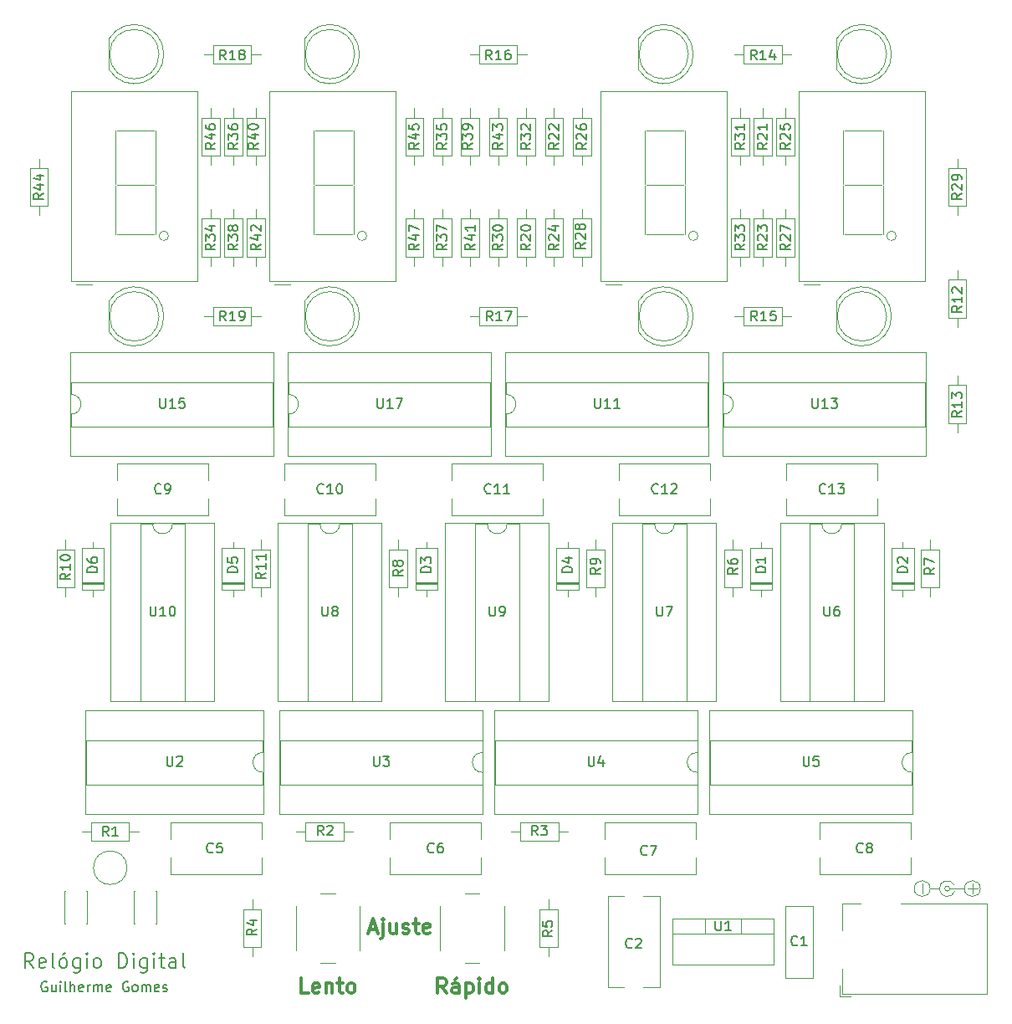
<source format=gbr>
%TF.GenerationSoftware,KiCad,Pcbnew,5.1.8-1.fc33*%
%TF.CreationDate,2020-11-27T02:34:12-03:00*%
%TF.ProjectId,Rel_gio,52656cf3-6769-46f2-9e6b-696361645f70,rev?*%
%TF.SameCoordinates,Original*%
%TF.FileFunction,Legend,Top*%
%TF.FilePolarity,Positive*%
%FSLAX46Y46*%
G04 Gerber Fmt 4.6, Leading zero omitted, Abs format (unit mm)*
G04 Created by KiCad (PCBNEW 5.1.8-1.fc33) date 2020-11-27 02:34:12*
%MOMM*%
%LPD*%
G01*
G04 APERTURE LIST*
%ADD10C,0.120000*%
%ADD11C,0.150000*%
%ADD12C,0.300000*%
G04 APERTURE END LIST*
D10*
X192236782Y-148082000D02*
X190754000Y-148082000D01*
X188763218Y-148082000D02*
X189674500Y-148082000D01*
X187960000Y-147574000D02*
X187960000Y-148590000D01*
X192532000Y-148082000D02*
X193548000Y-148082000D01*
X193040000Y-147574000D02*
X193040000Y-148590000D01*
X188763219Y-148082000D02*
G75*
G03*
X188763219Y-148082000I-803219J0D01*
G01*
X191218421Y-147722790D02*
G75*
G03*
X191262000Y-148336000I-718421J-359210D01*
G01*
X190754000Y-148082000D02*
G75*
G03*
X190754000Y-148082000I-254000J0D01*
G01*
X193843219Y-148082000D02*
G75*
G03*
X193843219Y-148082000I-803219J0D01*
G01*
D11*
X99346476Y-157540500D02*
X99251238Y-157492880D01*
X99108380Y-157492880D01*
X98965523Y-157540500D01*
X98870285Y-157635738D01*
X98822666Y-157730976D01*
X98775047Y-157921452D01*
X98775047Y-158064309D01*
X98822666Y-158254785D01*
X98870285Y-158350023D01*
X98965523Y-158445261D01*
X99108380Y-158492880D01*
X99203619Y-158492880D01*
X99346476Y-158445261D01*
X99394095Y-158397642D01*
X99394095Y-158064309D01*
X99203619Y-158064309D01*
X100251238Y-157826214D02*
X100251238Y-158492880D01*
X99822666Y-157826214D02*
X99822666Y-158350023D01*
X99870285Y-158445261D01*
X99965523Y-158492880D01*
X100108380Y-158492880D01*
X100203619Y-158445261D01*
X100251238Y-158397642D01*
X100727428Y-158492880D02*
X100727428Y-157826214D01*
X100727428Y-157492880D02*
X100679809Y-157540500D01*
X100727428Y-157588119D01*
X100775047Y-157540500D01*
X100727428Y-157492880D01*
X100727428Y-157588119D01*
X101346476Y-158492880D02*
X101251238Y-158445261D01*
X101203619Y-158350023D01*
X101203619Y-157492880D01*
X101727428Y-158492880D02*
X101727428Y-157492880D01*
X102156000Y-158492880D02*
X102156000Y-157969071D01*
X102108380Y-157873833D01*
X102013142Y-157826214D01*
X101870285Y-157826214D01*
X101775047Y-157873833D01*
X101727428Y-157921452D01*
X103013142Y-158445261D02*
X102917904Y-158492880D01*
X102727428Y-158492880D01*
X102632190Y-158445261D01*
X102584571Y-158350023D01*
X102584571Y-157969071D01*
X102632190Y-157873833D01*
X102727428Y-157826214D01*
X102917904Y-157826214D01*
X103013142Y-157873833D01*
X103060761Y-157969071D01*
X103060761Y-158064309D01*
X102584571Y-158159547D01*
X103489333Y-158492880D02*
X103489333Y-157826214D01*
X103489333Y-158016690D02*
X103536952Y-157921452D01*
X103584571Y-157873833D01*
X103679809Y-157826214D01*
X103775047Y-157826214D01*
X104108380Y-158492880D02*
X104108380Y-157826214D01*
X104108380Y-157921452D02*
X104156000Y-157873833D01*
X104251238Y-157826214D01*
X104394095Y-157826214D01*
X104489333Y-157873833D01*
X104536952Y-157969071D01*
X104536952Y-158492880D01*
X104536952Y-157969071D02*
X104584571Y-157873833D01*
X104679809Y-157826214D01*
X104822666Y-157826214D01*
X104917904Y-157873833D01*
X104965523Y-157969071D01*
X104965523Y-158492880D01*
X105822666Y-158445261D02*
X105727428Y-158492880D01*
X105536952Y-158492880D01*
X105441714Y-158445261D01*
X105394095Y-158350023D01*
X105394095Y-157969071D01*
X105441714Y-157873833D01*
X105536952Y-157826214D01*
X105727428Y-157826214D01*
X105822666Y-157873833D01*
X105870285Y-157969071D01*
X105870285Y-158064309D01*
X105394095Y-158159547D01*
X107584571Y-157540500D02*
X107489333Y-157492880D01*
X107346476Y-157492880D01*
X107203619Y-157540500D01*
X107108380Y-157635738D01*
X107060761Y-157730976D01*
X107013142Y-157921452D01*
X107013142Y-158064309D01*
X107060761Y-158254785D01*
X107108380Y-158350023D01*
X107203619Y-158445261D01*
X107346476Y-158492880D01*
X107441714Y-158492880D01*
X107584571Y-158445261D01*
X107632190Y-158397642D01*
X107632190Y-158064309D01*
X107441714Y-158064309D01*
X108203619Y-158492880D02*
X108108380Y-158445261D01*
X108060761Y-158397642D01*
X108013142Y-158302404D01*
X108013142Y-158016690D01*
X108060761Y-157921452D01*
X108108380Y-157873833D01*
X108203619Y-157826214D01*
X108346476Y-157826214D01*
X108441714Y-157873833D01*
X108489333Y-157921452D01*
X108536952Y-158016690D01*
X108536952Y-158302404D01*
X108489333Y-158397642D01*
X108441714Y-158445261D01*
X108346476Y-158492880D01*
X108203619Y-158492880D01*
X108965523Y-158492880D02*
X108965523Y-157826214D01*
X108965523Y-157921452D02*
X109013142Y-157873833D01*
X109108380Y-157826214D01*
X109251238Y-157826214D01*
X109346476Y-157873833D01*
X109394095Y-157969071D01*
X109394095Y-158492880D01*
X109394095Y-157969071D02*
X109441714Y-157873833D01*
X109536952Y-157826214D01*
X109679809Y-157826214D01*
X109775047Y-157873833D01*
X109822666Y-157969071D01*
X109822666Y-158492880D01*
X110679809Y-158445261D02*
X110584571Y-158492880D01*
X110394095Y-158492880D01*
X110298857Y-158445261D01*
X110251238Y-158350023D01*
X110251238Y-157969071D01*
X110298857Y-157873833D01*
X110394095Y-157826214D01*
X110584571Y-157826214D01*
X110679809Y-157873833D01*
X110727428Y-157969071D01*
X110727428Y-158064309D01*
X110251238Y-158159547D01*
X111108380Y-158445261D02*
X111203619Y-158492880D01*
X111394095Y-158492880D01*
X111489333Y-158445261D01*
X111536952Y-158350023D01*
X111536952Y-158302404D01*
X111489333Y-158207166D01*
X111394095Y-158159547D01*
X111251238Y-158159547D01*
X111156000Y-158111928D01*
X111108380Y-158016690D01*
X111108380Y-157969071D01*
X111156000Y-157873833D01*
X111251238Y-157826214D01*
X111394095Y-157826214D01*
X111489333Y-157873833D01*
X97977428Y-156126571D02*
X97477428Y-155412285D01*
X97120285Y-156126571D02*
X97120285Y-154626571D01*
X97691714Y-154626571D01*
X97834571Y-154698000D01*
X97906000Y-154769428D01*
X97977428Y-154912285D01*
X97977428Y-155126571D01*
X97906000Y-155269428D01*
X97834571Y-155340857D01*
X97691714Y-155412285D01*
X97120285Y-155412285D01*
X99191714Y-156055142D02*
X99048857Y-156126571D01*
X98763142Y-156126571D01*
X98620285Y-156055142D01*
X98548857Y-155912285D01*
X98548857Y-155340857D01*
X98620285Y-155198000D01*
X98763142Y-155126571D01*
X99048857Y-155126571D01*
X99191714Y-155198000D01*
X99263142Y-155340857D01*
X99263142Y-155483714D01*
X98548857Y-155626571D01*
X100120285Y-156126571D02*
X99977428Y-156055142D01*
X99906000Y-155912285D01*
X99906000Y-154626571D01*
X100906000Y-156126571D02*
X100763142Y-156055142D01*
X100691714Y-155983714D01*
X100620285Y-155840857D01*
X100620285Y-155412285D01*
X100691714Y-155269428D01*
X100763142Y-155198000D01*
X100906000Y-155126571D01*
X101120285Y-155126571D01*
X101263142Y-155198000D01*
X101334571Y-155269428D01*
X101406000Y-155412285D01*
X101406000Y-155840857D01*
X101334571Y-155983714D01*
X101263142Y-156055142D01*
X101120285Y-156126571D01*
X100906000Y-156126571D01*
X101191714Y-154555142D02*
X100977428Y-154769428D01*
X102691714Y-155126571D02*
X102691714Y-156340857D01*
X102620285Y-156483714D01*
X102548857Y-156555142D01*
X102406000Y-156626571D01*
X102191714Y-156626571D01*
X102048857Y-156555142D01*
X102691714Y-156055142D02*
X102548857Y-156126571D01*
X102263142Y-156126571D01*
X102120285Y-156055142D01*
X102048857Y-155983714D01*
X101977428Y-155840857D01*
X101977428Y-155412285D01*
X102048857Y-155269428D01*
X102120285Y-155198000D01*
X102263142Y-155126571D01*
X102548857Y-155126571D01*
X102691714Y-155198000D01*
X103406000Y-156126571D02*
X103406000Y-155126571D01*
X103406000Y-154626571D02*
X103334571Y-154698000D01*
X103406000Y-154769428D01*
X103477428Y-154698000D01*
X103406000Y-154626571D01*
X103406000Y-154769428D01*
X104334571Y-156126571D02*
X104191714Y-156055142D01*
X104120285Y-155983714D01*
X104048857Y-155840857D01*
X104048857Y-155412285D01*
X104120285Y-155269428D01*
X104191714Y-155198000D01*
X104334571Y-155126571D01*
X104548857Y-155126571D01*
X104691714Y-155198000D01*
X104763142Y-155269428D01*
X104834571Y-155412285D01*
X104834571Y-155840857D01*
X104763142Y-155983714D01*
X104691714Y-156055142D01*
X104548857Y-156126571D01*
X104334571Y-156126571D01*
X106620285Y-156126571D02*
X106620285Y-154626571D01*
X106977428Y-154626571D01*
X107191714Y-154698000D01*
X107334571Y-154840857D01*
X107406000Y-154983714D01*
X107477428Y-155269428D01*
X107477428Y-155483714D01*
X107406000Y-155769428D01*
X107334571Y-155912285D01*
X107191714Y-156055142D01*
X106977428Y-156126571D01*
X106620285Y-156126571D01*
X108120285Y-156126571D02*
X108120285Y-155126571D01*
X108120285Y-154626571D02*
X108048857Y-154698000D01*
X108120285Y-154769428D01*
X108191714Y-154698000D01*
X108120285Y-154626571D01*
X108120285Y-154769428D01*
X109477428Y-155126571D02*
X109477428Y-156340857D01*
X109406000Y-156483714D01*
X109334571Y-156555142D01*
X109191714Y-156626571D01*
X108977428Y-156626571D01*
X108834571Y-156555142D01*
X109477428Y-156055142D02*
X109334571Y-156126571D01*
X109048857Y-156126571D01*
X108906000Y-156055142D01*
X108834571Y-155983714D01*
X108763142Y-155840857D01*
X108763142Y-155412285D01*
X108834571Y-155269428D01*
X108906000Y-155198000D01*
X109048857Y-155126571D01*
X109334571Y-155126571D01*
X109477428Y-155198000D01*
X110191714Y-156126571D02*
X110191714Y-155126571D01*
X110191714Y-154626571D02*
X110120285Y-154698000D01*
X110191714Y-154769428D01*
X110263142Y-154698000D01*
X110191714Y-154626571D01*
X110191714Y-154769428D01*
X110691714Y-155126571D02*
X111263142Y-155126571D01*
X110906000Y-154626571D02*
X110906000Y-155912285D01*
X110977428Y-156055142D01*
X111120285Y-156126571D01*
X111263142Y-156126571D01*
X112406000Y-156126571D02*
X112406000Y-155340857D01*
X112334571Y-155198000D01*
X112191714Y-155126571D01*
X111906000Y-155126571D01*
X111763142Y-155198000D01*
X112406000Y-156055142D02*
X112263142Y-156126571D01*
X111906000Y-156126571D01*
X111763142Y-156055142D01*
X111691714Y-155912285D01*
X111691714Y-155769428D01*
X111763142Y-155626571D01*
X111906000Y-155555142D01*
X112263142Y-155555142D01*
X112406000Y-155483714D01*
X113334571Y-156126571D02*
X113191714Y-156055142D01*
X113120285Y-155912285D01*
X113120285Y-154626571D01*
D12*
X132018571Y-152194000D02*
X132732857Y-152194000D01*
X131875714Y-152622571D02*
X132375714Y-151122571D01*
X132875714Y-152622571D01*
X133375714Y-151622571D02*
X133375714Y-152908285D01*
X133304285Y-153051142D01*
X133161428Y-153122571D01*
X133090000Y-153122571D01*
X133375714Y-151122571D02*
X133304285Y-151194000D01*
X133375714Y-151265428D01*
X133447142Y-151194000D01*
X133375714Y-151122571D01*
X133375714Y-151265428D01*
X134732857Y-151622571D02*
X134732857Y-152622571D01*
X134090000Y-151622571D02*
X134090000Y-152408285D01*
X134161428Y-152551142D01*
X134304285Y-152622571D01*
X134518571Y-152622571D01*
X134661428Y-152551142D01*
X134732857Y-152479714D01*
X135375714Y-152551142D02*
X135518571Y-152622571D01*
X135804285Y-152622571D01*
X135947142Y-152551142D01*
X136018571Y-152408285D01*
X136018571Y-152336857D01*
X135947142Y-152194000D01*
X135804285Y-152122571D01*
X135590000Y-152122571D01*
X135447142Y-152051142D01*
X135375714Y-151908285D01*
X135375714Y-151836857D01*
X135447142Y-151694000D01*
X135590000Y-151622571D01*
X135804285Y-151622571D01*
X135947142Y-151694000D01*
X136447142Y-151622571D02*
X137018571Y-151622571D01*
X136661428Y-151122571D02*
X136661428Y-152408285D01*
X136732857Y-152551142D01*
X136875714Y-152622571D01*
X137018571Y-152622571D01*
X138090000Y-152551142D02*
X137947142Y-152622571D01*
X137661428Y-152622571D01*
X137518571Y-152551142D01*
X137447142Y-152408285D01*
X137447142Y-151836857D01*
X137518571Y-151694000D01*
X137661428Y-151622571D01*
X137947142Y-151622571D01*
X138090000Y-151694000D01*
X138161428Y-151836857D01*
X138161428Y-151979714D01*
X137447142Y-152122571D01*
X139780857Y-158666571D02*
X139280857Y-157952285D01*
X138923714Y-158666571D02*
X138923714Y-157166571D01*
X139495142Y-157166571D01*
X139638000Y-157238000D01*
X139709428Y-157309428D01*
X139780857Y-157452285D01*
X139780857Y-157666571D01*
X139709428Y-157809428D01*
X139638000Y-157880857D01*
X139495142Y-157952285D01*
X138923714Y-157952285D01*
X141066571Y-158666571D02*
X141066571Y-157880857D01*
X140995142Y-157738000D01*
X140852285Y-157666571D01*
X140566571Y-157666571D01*
X140423714Y-157738000D01*
X141066571Y-158595142D02*
X140923714Y-158666571D01*
X140566571Y-158666571D01*
X140423714Y-158595142D01*
X140352285Y-158452285D01*
X140352285Y-158309428D01*
X140423714Y-158166571D01*
X140566571Y-158095142D01*
X140923714Y-158095142D01*
X141066571Y-158023714D01*
X140852285Y-157095142D02*
X140638000Y-157309428D01*
X141780857Y-157666571D02*
X141780857Y-159166571D01*
X141780857Y-157738000D02*
X141923714Y-157666571D01*
X142209428Y-157666571D01*
X142352285Y-157738000D01*
X142423714Y-157809428D01*
X142495142Y-157952285D01*
X142495142Y-158380857D01*
X142423714Y-158523714D01*
X142352285Y-158595142D01*
X142209428Y-158666571D01*
X141923714Y-158666571D01*
X141780857Y-158595142D01*
X143138000Y-158666571D02*
X143138000Y-157666571D01*
X143138000Y-157166571D02*
X143066571Y-157238000D01*
X143138000Y-157309428D01*
X143209428Y-157238000D01*
X143138000Y-157166571D01*
X143138000Y-157309428D01*
X144495142Y-158666571D02*
X144495142Y-157166571D01*
X144495142Y-158595142D02*
X144352285Y-158666571D01*
X144066571Y-158666571D01*
X143923714Y-158595142D01*
X143852285Y-158523714D01*
X143780857Y-158380857D01*
X143780857Y-157952285D01*
X143852285Y-157809428D01*
X143923714Y-157738000D01*
X144066571Y-157666571D01*
X144352285Y-157666571D01*
X144495142Y-157738000D01*
X145423714Y-158666571D02*
X145280857Y-158595142D01*
X145209428Y-158523714D01*
X145138000Y-158380857D01*
X145138000Y-157952285D01*
X145209428Y-157809428D01*
X145280857Y-157738000D01*
X145423714Y-157666571D01*
X145638000Y-157666571D01*
X145780857Y-157738000D01*
X145852285Y-157809428D01*
X145923714Y-157952285D01*
X145923714Y-158380857D01*
X145852285Y-158523714D01*
X145780857Y-158595142D01*
X145638000Y-158666571D01*
X145423714Y-158666571D01*
X125827714Y-158666571D02*
X125113428Y-158666571D01*
X125113428Y-157166571D01*
X126899142Y-158595142D02*
X126756285Y-158666571D01*
X126470571Y-158666571D01*
X126327714Y-158595142D01*
X126256285Y-158452285D01*
X126256285Y-157880857D01*
X126327714Y-157738000D01*
X126470571Y-157666571D01*
X126756285Y-157666571D01*
X126899142Y-157738000D01*
X126970571Y-157880857D01*
X126970571Y-158023714D01*
X126256285Y-158166571D01*
X127613428Y-157666571D02*
X127613428Y-158666571D01*
X127613428Y-157809428D02*
X127684857Y-157738000D01*
X127827714Y-157666571D01*
X128042000Y-157666571D01*
X128184857Y-157738000D01*
X128256285Y-157880857D01*
X128256285Y-158666571D01*
X128756285Y-157666571D02*
X129327714Y-157666571D01*
X128970571Y-157166571D02*
X128970571Y-158452285D01*
X129042000Y-158595142D01*
X129184857Y-158666571D01*
X129327714Y-158666571D01*
X130042000Y-158666571D02*
X129899142Y-158595142D01*
X129827714Y-158523714D01*
X129756285Y-158380857D01*
X129756285Y-157952285D01*
X129827714Y-157809428D01*
X129899142Y-157738000D01*
X130042000Y-157666571D01*
X130256285Y-157666571D01*
X130399142Y-157738000D01*
X130470571Y-157809428D01*
X130542000Y-157952285D01*
X130542000Y-158380857D01*
X130470571Y-158523714D01*
X130399142Y-158595142D01*
X130256285Y-158666571D01*
X130042000Y-158666571D01*
D10*
%TO.C,U7*%
X167122500Y-111110000D02*
X156622500Y-111110000D01*
X167122500Y-129130000D02*
X167122500Y-111110000D01*
X156622500Y-129130000D02*
X167122500Y-129130000D01*
X156622500Y-111110000D02*
X156622500Y-129130000D01*
X164122500Y-111170000D02*
X162872500Y-111170000D01*
X164122500Y-129070000D02*
X164122500Y-111170000D01*
X159622500Y-129070000D02*
X164122500Y-129070000D01*
X159622500Y-111170000D02*
X159622500Y-129070000D01*
X160872500Y-111170000D02*
X159622500Y-111170000D01*
X162872500Y-111170000D02*
G75*
G02*
X160872500Y-111170000I-1000000J0D01*
G01*
%TO.C,U16*%
X111666467Y-82024467D02*
G75*
G03*
X111666467Y-82024467I-472467J0D01*
G01*
X106461200Y-71373400D02*
X110144200Y-71373400D01*
X110322000Y-71398800D02*
X110322000Y-76758200D01*
X110322000Y-76936000D02*
X110322000Y-81838200D01*
X106461200Y-81838200D02*
X110144200Y-81838200D01*
X106283400Y-76936000D02*
X106283400Y-81838200D01*
X106461200Y-76834400D02*
X110144200Y-76834400D01*
X106283400Y-71398800D02*
X106283400Y-76758200D01*
X101844000Y-86572000D02*
X114564000Y-86572000D01*
X114564000Y-67352000D02*
X114564000Y-86572000D01*
X101844000Y-67352000D02*
X101844000Y-86572000D01*
X101844000Y-67352000D02*
X114564000Y-67352000D01*
X102324000Y-86922000D02*
X103934000Y-86922000D01*
%TO.C,U18*%
X131732467Y-82024467D02*
G75*
G03*
X131732467Y-82024467I-472467J0D01*
G01*
X126527200Y-71373400D02*
X130210200Y-71373400D01*
X130388000Y-71398800D02*
X130388000Y-76758200D01*
X130388000Y-76936000D02*
X130388000Y-81838200D01*
X126527200Y-81838200D02*
X130210200Y-81838200D01*
X126349400Y-76936000D02*
X126349400Y-81838200D01*
X126527200Y-76834400D02*
X130210200Y-76834400D01*
X126349400Y-71398800D02*
X126349400Y-76758200D01*
X121910000Y-86572000D02*
X134630000Y-86572000D01*
X134630000Y-67352000D02*
X134630000Y-86572000D01*
X121910000Y-67352000D02*
X121910000Y-86572000D01*
X121910000Y-67352000D02*
X134630000Y-67352000D01*
X122390000Y-86922000D02*
X124000000Y-86922000D01*
%TO.C,U14*%
X185326467Y-82024467D02*
G75*
G03*
X185326467Y-82024467I-472467J0D01*
G01*
X180121200Y-71373400D02*
X183804200Y-71373400D01*
X183982000Y-71398800D02*
X183982000Y-76758200D01*
X183982000Y-76936000D02*
X183982000Y-81838200D01*
X180121200Y-81838200D02*
X183804200Y-81838200D01*
X179943400Y-76936000D02*
X179943400Y-81838200D01*
X180121200Y-76834400D02*
X183804200Y-76834400D01*
X179943400Y-71398800D02*
X179943400Y-76758200D01*
X175504000Y-86572000D02*
X188224000Y-86572000D01*
X188224000Y-67352000D02*
X188224000Y-86572000D01*
X175504000Y-67352000D02*
X175504000Y-86572000D01*
X175504000Y-67352000D02*
X188224000Y-67352000D01*
X175984000Y-86922000D02*
X177594000Y-86922000D01*
%TO.C,R15*%
X168961000Y-90170000D02*
X169911000Y-90170000D01*
X174701000Y-90170000D02*
X173751000Y-90170000D01*
X169911000Y-91090000D02*
X173751000Y-91090000D01*
X169911000Y-89250000D02*
X169911000Y-91090000D01*
X173751000Y-89250000D02*
X169911000Y-89250000D01*
X173751000Y-91090000D02*
X173751000Y-89250000D01*
%TO.C,U2*%
X121278000Y-140556000D02*
X121278000Y-130056000D01*
X103258000Y-140556000D02*
X121278000Y-140556000D01*
X103258000Y-130056000D02*
X103258000Y-140556000D01*
X121278000Y-130056000D02*
X103258000Y-130056000D01*
X121218000Y-137556000D02*
X121218000Y-136306000D01*
X103318000Y-137556000D02*
X121218000Y-137556000D01*
X103318000Y-133056000D02*
X103318000Y-137556000D01*
X121218000Y-133056000D02*
X103318000Y-133056000D01*
X121218000Y-134306000D02*
X121218000Y-133056000D01*
X121218000Y-136306000D02*
G75*
G02*
X121218000Y-134306000I0J1000000D01*
G01*
%TO.C,U4*%
X165176000Y-134306000D02*
X165176000Y-133056000D01*
X165176000Y-133056000D02*
X144736000Y-133056000D01*
X144736000Y-133056000D02*
X144736000Y-137556000D01*
X144736000Y-137556000D02*
X165176000Y-137556000D01*
X165176000Y-137556000D02*
X165176000Y-136306000D01*
X165236000Y-130056000D02*
X144676000Y-130056000D01*
X144676000Y-130056000D02*
X144676000Y-140556000D01*
X144676000Y-140556000D02*
X165236000Y-140556000D01*
X165236000Y-140556000D02*
X165236000Y-130056000D01*
X165176000Y-136306000D02*
G75*
G02*
X165176000Y-134306000I0J1000000D01*
G01*
%TO.C,R18*%
X120030000Y-64551000D02*
X120030000Y-62711000D01*
X120030000Y-62711000D02*
X116190000Y-62711000D01*
X116190000Y-62711000D02*
X116190000Y-64551000D01*
X116190000Y-64551000D02*
X120030000Y-64551000D01*
X120980000Y-63631000D02*
X120030000Y-63631000D01*
X115240000Y-63631000D02*
X116190000Y-63631000D01*
%TO.C,R16*%
X146956500Y-64551000D02*
X146956500Y-62711000D01*
X146956500Y-62711000D02*
X143116500Y-62711000D01*
X143116500Y-62711000D02*
X143116500Y-64551000D01*
X143116500Y-64551000D02*
X146956500Y-64551000D01*
X147906500Y-63631000D02*
X146956500Y-63631000D01*
X142166500Y-63631000D02*
X143116500Y-63631000D01*
%TO.C,R14*%
X173751000Y-64551000D02*
X173751000Y-62711000D01*
X173751000Y-62711000D02*
X169911000Y-62711000D01*
X169911000Y-62711000D02*
X169911000Y-64551000D01*
X169911000Y-64551000D02*
X173751000Y-64551000D01*
X174701000Y-63631000D02*
X173751000Y-63631000D01*
X168961000Y-63631000D02*
X169911000Y-63631000D01*
%TO.C,R12*%
X190596000Y-90312000D02*
X192436000Y-90312000D01*
X192436000Y-90312000D02*
X192436000Y-86472000D01*
X192436000Y-86472000D02*
X190596000Y-86472000D01*
X190596000Y-86472000D02*
X190596000Y-90312000D01*
X191516000Y-91262000D02*
X191516000Y-90312000D01*
X191516000Y-85522000D02*
X191516000Y-86472000D01*
%TO.C,D14*%
X110699000Y-90170000D02*
G75*
G03*
X110699000Y-90170000I-2500000J0D01*
G01*
X105639000Y-88625000D02*
X105639000Y-91715000D01*
X111189000Y-90169538D02*
G75*
G02*
X105639000Y-91714830I-2990000J-462D01*
G01*
X111189000Y-90170462D02*
G75*
G03*
X105639000Y-88625170I-2990000J462D01*
G01*
%TO.C,D13*%
X110699000Y-63631000D02*
G75*
G03*
X110699000Y-63631000I-2500000J0D01*
G01*
X105639000Y-62086000D02*
X105639000Y-65176000D01*
X111189000Y-63630538D02*
G75*
G02*
X105639000Y-65175830I-2990000J-462D01*
G01*
X111189000Y-63631462D02*
G75*
G03*
X105639000Y-62086170I-2990000J462D01*
G01*
%TO.C,D12*%
X130511000Y-90170000D02*
G75*
G03*
X130511000Y-90170000I-2500000J0D01*
G01*
X125451000Y-88625000D02*
X125451000Y-91715000D01*
X131001000Y-90169538D02*
G75*
G02*
X125451000Y-91714830I-2990000J-462D01*
G01*
X131001000Y-90170462D02*
G75*
G03*
X125451000Y-88625170I-2990000J462D01*
G01*
%TO.C,D11*%
X130511000Y-63631000D02*
G75*
G03*
X130511000Y-63631000I-2500000J0D01*
G01*
X125451000Y-62086000D02*
X125451000Y-65176000D01*
X131001000Y-63630538D02*
G75*
G02*
X125451000Y-65175830I-2990000J-462D01*
G01*
X131001000Y-63631462D02*
G75*
G03*
X125451000Y-62086170I-2990000J462D01*
G01*
%TO.C,D10*%
X164293000Y-90170000D02*
G75*
G03*
X164293000Y-90170000I-2500000J0D01*
G01*
X159233000Y-88625000D02*
X159233000Y-91715000D01*
X164783000Y-90169538D02*
G75*
G02*
X159233000Y-91714830I-2990000J-462D01*
G01*
X164783000Y-90170462D02*
G75*
G03*
X159233000Y-88625170I-2990000J462D01*
G01*
%TO.C,D9*%
X164293000Y-63631000D02*
G75*
G03*
X164293000Y-63631000I-2500000J0D01*
G01*
X159233000Y-62086000D02*
X159233000Y-65176000D01*
X164783000Y-63630538D02*
G75*
G02*
X159233000Y-65175830I-2990000J-462D01*
G01*
X164783000Y-63631462D02*
G75*
G03*
X159233000Y-62086170I-2990000J462D01*
G01*
%TO.C,D8*%
X184359000Y-90170000D02*
G75*
G03*
X184359000Y-90170000I-2500000J0D01*
G01*
X179299000Y-88625000D02*
X179299000Y-91715000D01*
X184849000Y-90169538D02*
G75*
G02*
X179299000Y-91714830I-2990000J-462D01*
G01*
X184849000Y-90170462D02*
G75*
G03*
X179299000Y-88625170I-2990000J462D01*
G01*
%TO.C,D7*%
X184359000Y-63631000D02*
G75*
G03*
X184359000Y-63631000I-2500000J0D01*
G01*
X179299000Y-62086000D02*
X179299000Y-65176000D01*
X184849000Y-63630538D02*
G75*
G02*
X179299000Y-65175830I-2990000J-462D01*
G01*
X184849000Y-63631462D02*
G75*
G03*
X179299000Y-62086170I-2990000J462D01*
G01*
%TO.C,U3*%
X143486000Y-140556000D02*
X143486000Y-130056000D01*
X122926000Y-140556000D02*
X143486000Y-140556000D01*
X122926000Y-130056000D02*
X122926000Y-140556000D01*
X143486000Y-130056000D02*
X122926000Y-130056000D01*
X143426000Y-137556000D02*
X143426000Y-136306000D01*
X122986000Y-137556000D02*
X143426000Y-137556000D01*
X122986000Y-133056000D02*
X122986000Y-137556000D01*
X143426000Y-133056000D02*
X122986000Y-133056000D01*
X143426000Y-134306000D02*
X143426000Y-133056000D01*
X143426000Y-136306000D02*
G75*
G02*
X143426000Y-134306000I0J1000000D01*
G01*
%TO.C,R4*%
X120142000Y-154944000D02*
X120142000Y-153994000D01*
X120142000Y-149204000D02*
X120142000Y-150154000D01*
X121062000Y-153994000D02*
X121062000Y-150154000D01*
X119222000Y-153994000D02*
X121062000Y-153994000D01*
X119222000Y-150154000D02*
X119222000Y-153994000D01*
X121062000Y-150154000D02*
X119222000Y-150154000D01*
%TO.C,U10*%
X116310000Y-111110000D02*
X105810000Y-111110000D01*
X116310000Y-129130000D02*
X116310000Y-111110000D01*
X105810000Y-129130000D02*
X116310000Y-129130000D01*
X105810000Y-111110000D02*
X105810000Y-129130000D01*
X113310000Y-111170000D02*
X112060000Y-111170000D01*
X113310000Y-129070000D02*
X113310000Y-111170000D01*
X108810000Y-129070000D02*
X113310000Y-129070000D01*
X108810000Y-111170000D02*
X108810000Y-129070000D01*
X110060000Y-111170000D02*
X108810000Y-111170000D01*
X112060000Y-111170000D02*
G75*
G02*
X110060000Y-111170000I-1000000J0D01*
G01*
%TO.C,SW2*%
X143138000Y-148564000D02*
X141638000Y-148564000D01*
X139138000Y-149814000D02*
X139138000Y-154314000D01*
X141638000Y-155564000D02*
X143138000Y-155564000D01*
X145638000Y-154314000D02*
X145638000Y-149814000D01*
%TO.C,SW1*%
X128542000Y-148564000D02*
X127042000Y-148564000D01*
X124542000Y-149814000D02*
X124542000Y-154314000D01*
X127042000Y-155564000D02*
X128542000Y-155564000D01*
X131042000Y-154314000D02*
X131042000Y-149814000D01*
%TO.C,U1*%
X162670000Y-151149500D02*
X172910000Y-151149500D01*
X162670000Y-155790500D02*
X172910000Y-155790500D01*
X162670000Y-151149500D02*
X162670000Y-155790500D01*
X172910000Y-151149500D02*
X172910000Y-155790500D01*
X162670000Y-152659500D02*
X172910000Y-152659500D01*
X165940000Y-151149500D02*
X165940000Y-152659500D01*
X169641000Y-151149500D02*
X169641000Y-152659500D01*
%TO.C,Y1*%
X107466000Y-145968000D02*
G75*
G02*
X104066000Y-145968000I-1700000J0D01*
G01*
X107466000Y-145968000D02*
G75*
G03*
X104066000Y-145968000I-1700000J0D01*
G01*
%TO.C,U17*%
X123747333Y-93810000D02*
X123747333Y-104310000D01*
X144307333Y-93810000D02*
X123747333Y-93810000D01*
X144307333Y-104310000D02*
X144307333Y-93810000D01*
X123747333Y-104310000D02*
X144307333Y-104310000D01*
X123807333Y-96810000D02*
X123807333Y-98060000D01*
X144247333Y-96810000D02*
X123807333Y-96810000D01*
X144247333Y-101310000D02*
X144247333Y-96810000D01*
X123807333Y-101310000D02*
X144247333Y-101310000D01*
X123807333Y-100060000D02*
X123807333Y-101310000D01*
X123807333Y-98060000D02*
G75*
G02*
X123807333Y-100060000I0J-1000000D01*
G01*
%TO.C,U13*%
X167774000Y-93810000D02*
X167774000Y-104310000D01*
X188334000Y-93810000D02*
X167774000Y-93810000D01*
X188334000Y-104310000D02*
X188334000Y-93810000D01*
X167774000Y-104310000D02*
X188334000Y-104310000D01*
X167834000Y-96810000D02*
X167834000Y-98060000D01*
X188274000Y-96810000D02*
X167834000Y-96810000D01*
X188274000Y-101310000D02*
X188274000Y-96810000D01*
X167834000Y-101310000D02*
X188274000Y-101310000D01*
X167834000Y-100060000D02*
X167834000Y-101310000D01*
X167834000Y-98060000D02*
G75*
G02*
X167834000Y-100060000I0J-1000000D01*
G01*
%TO.C,U12*%
X165260467Y-82024467D02*
G75*
G03*
X165260467Y-82024467I-472467J0D01*
G01*
X160055200Y-71373400D02*
X163738200Y-71373400D01*
X163916000Y-71398800D02*
X163916000Y-76758200D01*
X163916000Y-76936000D02*
X163916000Y-81838200D01*
X160055200Y-81838200D02*
X163738200Y-81838200D01*
X159877400Y-76936000D02*
X159877400Y-81838200D01*
X160055200Y-76834400D02*
X163738200Y-76834400D01*
X159877400Y-71398800D02*
X159877400Y-76758200D01*
X155438000Y-86572000D02*
X168158000Y-86572000D01*
X168158000Y-67352000D02*
X168158000Y-86572000D01*
X155438000Y-67352000D02*
X155438000Y-86572000D01*
X155438000Y-67352000D02*
X168158000Y-67352000D01*
X155918000Y-86922000D02*
X157528000Y-86922000D01*
%TO.C,U15*%
X101734000Y-93810000D02*
X101734000Y-104310000D01*
X122294000Y-93810000D02*
X101734000Y-93810000D01*
X122294000Y-104310000D02*
X122294000Y-93810000D01*
X101734000Y-104310000D02*
X122294000Y-104310000D01*
X101794000Y-96810000D02*
X101794000Y-98060000D01*
X122234000Y-96810000D02*
X101794000Y-96810000D01*
X122234000Y-101310000D02*
X122234000Y-96810000D01*
X101794000Y-101310000D02*
X122234000Y-101310000D01*
X101794000Y-100060000D02*
X101794000Y-101310000D01*
X101794000Y-98060000D02*
G75*
G02*
X101794000Y-100060000I0J-1000000D01*
G01*
%TO.C,U11*%
X145760666Y-93810000D02*
X145760666Y-104310000D01*
X166320666Y-93810000D02*
X145760666Y-93810000D01*
X166320666Y-104310000D02*
X166320666Y-93810000D01*
X145760666Y-104310000D02*
X166320666Y-104310000D01*
X145820666Y-96810000D02*
X145820666Y-98060000D01*
X166260666Y-96810000D02*
X145820666Y-96810000D01*
X166260666Y-101310000D02*
X166260666Y-96810000D01*
X145820666Y-101310000D02*
X166260666Y-101310000D01*
X145820666Y-100060000D02*
X145820666Y-101310000D01*
X145820666Y-98060000D02*
G75*
G02*
X145820666Y-100060000I0J-1000000D01*
G01*
%TO.C,U6*%
X184060000Y-111110000D02*
X173560000Y-111110000D01*
X184060000Y-129130000D02*
X184060000Y-111110000D01*
X173560000Y-129130000D02*
X184060000Y-129130000D01*
X173560000Y-111110000D02*
X173560000Y-129130000D01*
X181060000Y-111170000D02*
X179810000Y-111170000D01*
X181060000Y-129070000D02*
X181060000Y-111170000D01*
X176560000Y-129070000D02*
X181060000Y-129070000D01*
X176560000Y-111170000D02*
X176560000Y-129070000D01*
X177810000Y-111170000D02*
X176560000Y-111170000D01*
X179810000Y-111170000D02*
G75*
G02*
X177810000Y-111170000I-1000000J0D01*
G01*
%TO.C,U9*%
X150185000Y-111110000D02*
X139685000Y-111110000D01*
X150185000Y-129130000D02*
X150185000Y-111110000D01*
X139685000Y-129130000D02*
X150185000Y-129130000D01*
X139685000Y-111110000D02*
X139685000Y-129130000D01*
X147185000Y-111170000D02*
X145935000Y-111170000D01*
X147185000Y-129070000D02*
X147185000Y-111170000D01*
X142685000Y-129070000D02*
X147185000Y-129070000D01*
X142685000Y-111170000D02*
X142685000Y-129070000D01*
X143935000Y-111170000D02*
X142685000Y-111170000D01*
X145935000Y-111170000D02*
G75*
G02*
X143935000Y-111170000I-1000000J0D01*
G01*
%TO.C,U8*%
X133247500Y-111110000D02*
X122747500Y-111110000D01*
X133247500Y-129130000D02*
X133247500Y-111110000D01*
X122747500Y-129130000D02*
X133247500Y-129130000D01*
X122747500Y-111110000D02*
X122747500Y-129130000D01*
X130247500Y-111170000D02*
X128997500Y-111170000D01*
X130247500Y-129070000D02*
X130247500Y-111170000D01*
X125747500Y-129070000D02*
X130247500Y-129070000D01*
X125747500Y-111170000D02*
X125747500Y-129070000D01*
X126997500Y-111170000D02*
X125747500Y-111170000D01*
X128997500Y-111170000D02*
G75*
G02*
X126997500Y-111170000I-1000000J0D01*
G01*
%TO.C,U5*%
X186986000Y-140556000D02*
X186986000Y-130056000D01*
X166426000Y-140556000D02*
X186986000Y-140556000D01*
X166426000Y-130056000D02*
X166426000Y-140556000D01*
X186986000Y-130056000D02*
X166426000Y-130056000D01*
X186926000Y-137556000D02*
X186926000Y-136306000D01*
X166486000Y-137556000D02*
X186926000Y-137556000D01*
X166486000Y-133056000D02*
X166486000Y-137556000D01*
X186926000Y-133056000D02*
X166486000Y-133056000D01*
X186926000Y-134306000D02*
X186926000Y-133056000D01*
X186926000Y-136306000D02*
G75*
G02*
X186926000Y-134306000I0J1000000D01*
G01*
%TO.C,R47*%
X136548500Y-79327000D02*
X136548500Y-80277000D01*
X136548500Y-85067000D02*
X136548500Y-84117000D01*
X135628500Y-80277000D02*
X135628500Y-84117000D01*
X137468500Y-80277000D02*
X135628500Y-80277000D01*
X137468500Y-84117000D02*
X137468500Y-80277000D01*
X135628500Y-84117000D02*
X137468500Y-84117000D01*
%TO.C,R45*%
X136548500Y-69102000D02*
X136548500Y-70052000D01*
X136548500Y-74842000D02*
X136548500Y-73892000D01*
X135628500Y-70052000D02*
X135628500Y-73892000D01*
X137468500Y-70052000D02*
X135628500Y-70052000D01*
X137468500Y-73892000D02*
X137468500Y-70052000D01*
X135628500Y-73892000D02*
X137468500Y-73892000D01*
%TO.C,R43*%
X145034000Y-69102000D02*
X145034000Y-70052000D01*
X145034000Y-74842000D02*
X145034000Y-73892000D01*
X144114000Y-70052000D02*
X144114000Y-73892000D01*
X145954000Y-70052000D02*
X144114000Y-70052000D01*
X145954000Y-73892000D02*
X145954000Y-70052000D01*
X144114000Y-73892000D02*
X145954000Y-73892000D01*
%TO.C,R41*%
X142205500Y-79327000D02*
X142205500Y-80277000D01*
X142205500Y-85067000D02*
X142205500Y-84117000D01*
X141285500Y-80277000D02*
X141285500Y-84117000D01*
X143125500Y-80277000D02*
X141285500Y-80277000D01*
X143125500Y-84117000D02*
X143125500Y-80277000D01*
X141285500Y-84117000D02*
X143125500Y-84117000D01*
%TO.C,R39*%
X142205500Y-69102000D02*
X142205500Y-70052000D01*
X142205500Y-74842000D02*
X142205500Y-73892000D01*
X141285500Y-70052000D02*
X141285500Y-73892000D01*
X143125500Y-70052000D02*
X141285500Y-70052000D01*
X143125500Y-73892000D02*
X143125500Y-70052000D01*
X141285500Y-73892000D02*
X143125500Y-73892000D01*
%TO.C,R37*%
X139377000Y-79327000D02*
X139377000Y-80277000D01*
X139377000Y-85067000D02*
X139377000Y-84117000D01*
X138457000Y-80277000D02*
X138457000Y-84117000D01*
X140297000Y-80277000D02*
X138457000Y-80277000D01*
X140297000Y-84117000D02*
X140297000Y-80277000D01*
X138457000Y-84117000D02*
X140297000Y-84117000D01*
%TO.C,R35*%
X139377000Y-69102000D02*
X139377000Y-70052000D01*
X139377000Y-74842000D02*
X139377000Y-73892000D01*
X138457000Y-70052000D02*
X138457000Y-73892000D01*
X140297000Y-70052000D02*
X138457000Y-70052000D01*
X140297000Y-73892000D02*
X140297000Y-70052000D01*
X138457000Y-73892000D02*
X140297000Y-73892000D01*
%TO.C,R33*%
X169545000Y-79327000D02*
X169545000Y-80277000D01*
X169545000Y-85067000D02*
X169545000Y-84117000D01*
X168625000Y-80277000D02*
X168625000Y-84117000D01*
X170465000Y-80277000D02*
X168625000Y-80277000D01*
X170465000Y-84117000D02*
X170465000Y-80277000D01*
X168625000Y-84117000D02*
X170465000Y-84117000D01*
%TO.C,R31*%
X169539500Y-69102000D02*
X169539500Y-70052000D01*
X169539500Y-74842000D02*
X169539500Y-73892000D01*
X168619500Y-70052000D02*
X168619500Y-73892000D01*
X170459500Y-70052000D02*
X168619500Y-70052000D01*
X170459500Y-73892000D02*
X170459500Y-70052000D01*
X168619500Y-73892000D02*
X170459500Y-73892000D01*
%TO.C,R29*%
X191516000Y-74214500D02*
X191516000Y-75164500D01*
X191516000Y-79954500D02*
X191516000Y-79004500D01*
X190596000Y-75164500D02*
X190596000Y-79004500D01*
X192436000Y-75164500D02*
X190596000Y-75164500D01*
X192436000Y-79004500D02*
X192436000Y-75164500D01*
X190596000Y-79004500D02*
X192436000Y-79004500D01*
%TO.C,R27*%
X174122500Y-79327000D02*
X174122500Y-80277000D01*
X174122500Y-85067000D02*
X174122500Y-84117000D01*
X173202500Y-80277000D02*
X173202500Y-84117000D01*
X175042500Y-80277000D02*
X173202500Y-80277000D01*
X175042500Y-84117000D02*
X175042500Y-80277000D01*
X173202500Y-84117000D02*
X175042500Y-84117000D01*
%TO.C,R25*%
X174122500Y-69102000D02*
X174122500Y-70052000D01*
X174122500Y-74842000D02*
X174122500Y-73892000D01*
X173202500Y-70052000D02*
X173202500Y-73892000D01*
X175042500Y-70052000D02*
X173202500Y-70052000D01*
X175042500Y-73892000D02*
X175042500Y-70052000D01*
X173202500Y-73892000D02*
X175042500Y-73892000D01*
%TO.C,R23*%
X171831000Y-79327000D02*
X171831000Y-80277000D01*
X171831000Y-85067000D02*
X171831000Y-84117000D01*
X170911000Y-80277000D02*
X170911000Y-84117000D01*
X172751000Y-80277000D02*
X170911000Y-80277000D01*
X172751000Y-84117000D02*
X172751000Y-80277000D01*
X170911000Y-84117000D02*
X172751000Y-84117000D01*
%TO.C,R21*%
X171831000Y-69102000D02*
X171831000Y-70052000D01*
X171831000Y-74842000D02*
X171831000Y-73892000D01*
X170911000Y-70052000D02*
X170911000Y-73892000D01*
X172751000Y-70052000D02*
X170911000Y-70052000D01*
X172751000Y-73892000D02*
X172751000Y-70052000D01*
X170911000Y-73892000D02*
X172751000Y-73892000D01*
%TO.C,R19*%
X115240000Y-90170000D02*
X116190000Y-90170000D01*
X120980000Y-90170000D02*
X120030000Y-90170000D01*
X116190000Y-91090000D02*
X120030000Y-91090000D01*
X116190000Y-89250000D02*
X116190000Y-91090000D01*
X120030000Y-89250000D02*
X116190000Y-89250000D01*
X120030000Y-91090000D02*
X120030000Y-89250000D01*
%TO.C,R17*%
X142166500Y-90170000D02*
X143116500Y-90170000D01*
X147906500Y-90170000D02*
X146956500Y-90170000D01*
X143116500Y-91090000D02*
X146956500Y-91090000D01*
X143116500Y-89250000D02*
X143116500Y-91090000D01*
X146956500Y-89250000D02*
X143116500Y-89250000D01*
X146956500Y-91090000D02*
X146956500Y-89250000D01*
%TO.C,R13*%
X191516000Y-96190000D02*
X191516000Y-97140000D01*
X191516000Y-101930000D02*
X191516000Y-100980000D01*
X190596000Y-97140000D02*
X190596000Y-100980000D01*
X192436000Y-97140000D02*
X190596000Y-97140000D01*
X192436000Y-100980000D02*
X192436000Y-97140000D01*
X190596000Y-100980000D02*
X192436000Y-100980000D01*
%TO.C,R46*%
X115945500Y-69102000D02*
X115945500Y-70052000D01*
X115945500Y-74842000D02*
X115945500Y-73892000D01*
X115025500Y-70052000D02*
X115025500Y-73892000D01*
X116865500Y-70052000D02*
X115025500Y-70052000D01*
X116865500Y-73892000D02*
X116865500Y-70052000D01*
X115025500Y-73892000D02*
X116865500Y-73892000D01*
%TO.C,R44*%
X98552000Y-74214500D02*
X98552000Y-75164500D01*
X98552000Y-79954500D02*
X98552000Y-79004500D01*
X97632000Y-75164500D02*
X97632000Y-79004500D01*
X99472000Y-75164500D02*
X97632000Y-75164500D01*
X99472000Y-79004500D02*
X99472000Y-75164500D01*
X97632000Y-79004500D02*
X99472000Y-79004500D01*
%TO.C,R42*%
X120528500Y-79327000D02*
X120528500Y-80277000D01*
X120528500Y-85067000D02*
X120528500Y-84117000D01*
X119608500Y-80277000D02*
X119608500Y-84117000D01*
X121448500Y-80277000D02*
X119608500Y-80277000D01*
X121448500Y-84117000D02*
X121448500Y-80277000D01*
X119608500Y-84117000D02*
X121448500Y-84117000D01*
%TO.C,R40*%
X120528500Y-69102000D02*
X120528500Y-70052000D01*
X120528500Y-74842000D02*
X120528500Y-73892000D01*
X119608500Y-70052000D02*
X119608500Y-73892000D01*
X121448500Y-70052000D02*
X119608500Y-70052000D01*
X121448500Y-73892000D02*
X121448500Y-70052000D01*
X119608500Y-73892000D02*
X121448500Y-73892000D01*
%TO.C,R38*%
X118237000Y-79327000D02*
X118237000Y-80277000D01*
X118237000Y-85067000D02*
X118237000Y-84117000D01*
X117317000Y-80277000D02*
X117317000Y-84117000D01*
X119157000Y-80277000D02*
X117317000Y-80277000D01*
X119157000Y-84117000D02*
X119157000Y-80277000D01*
X117317000Y-84117000D02*
X119157000Y-84117000D01*
%TO.C,R36*%
X118237000Y-69102000D02*
X118237000Y-70052000D01*
X118237000Y-74842000D02*
X118237000Y-73892000D01*
X117317000Y-70052000D02*
X117317000Y-73892000D01*
X119157000Y-70052000D02*
X117317000Y-70052000D01*
X119157000Y-73892000D02*
X119157000Y-70052000D01*
X117317000Y-73892000D02*
X119157000Y-73892000D01*
%TO.C,R34*%
X115945500Y-79327000D02*
X115945500Y-80277000D01*
X115945500Y-85067000D02*
X115945500Y-84117000D01*
X115025500Y-80277000D02*
X115025500Y-84117000D01*
X116865500Y-80277000D02*
X115025500Y-80277000D01*
X116865500Y-84117000D02*
X116865500Y-80277000D01*
X115025500Y-84117000D02*
X116865500Y-84117000D01*
%TO.C,R32*%
X147862500Y-69102000D02*
X147862500Y-70052000D01*
X147862500Y-74842000D02*
X147862500Y-73892000D01*
X146942500Y-70052000D02*
X146942500Y-73892000D01*
X148782500Y-70052000D02*
X146942500Y-70052000D01*
X148782500Y-73892000D02*
X148782500Y-70052000D01*
X146942500Y-73892000D02*
X148782500Y-73892000D01*
%TO.C,R30*%
X145034000Y-79327000D02*
X145034000Y-80277000D01*
X145034000Y-85067000D02*
X145034000Y-84117000D01*
X144114000Y-80277000D02*
X144114000Y-84117000D01*
X145954000Y-80277000D02*
X144114000Y-80277000D01*
X145954000Y-84117000D02*
X145954000Y-80277000D01*
X144114000Y-84117000D02*
X145954000Y-84117000D01*
%TO.C,R28*%
X153519500Y-79327000D02*
X153519500Y-80277000D01*
X153519500Y-85067000D02*
X153519500Y-84117000D01*
X152599500Y-80277000D02*
X152599500Y-84117000D01*
X154439500Y-80277000D02*
X152599500Y-80277000D01*
X154439500Y-84117000D02*
X154439500Y-80277000D01*
X152599500Y-84117000D02*
X154439500Y-84117000D01*
%TO.C,R26*%
X153519500Y-69102000D02*
X153519500Y-70052000D01*
X153519500Y-74842000D02*
X153519500Y-73892000D01*
X152599500Y-70052000D02*
X152599500Y-73892000D01*
X154439500Y-70052000D02*
X152599500Y-70052000D01*
X154439500Y-73892000D02*
X154439500Y-70052000D01*
X152599500Y-73892000D02*
X154439500Y-73892000D01*
%TO.C,R24*%
X150691000Y-79327000D02*
X150691000Y-80277000D01*
X150691000Y-85067000D02*
X150691000Y-84117000D01*
X149771000Y-80277000D02*
X149771000Y-84117000D01*
X151611000Y-80277000D02*
X149771000Y-80277000D01*
X151611000Y-84117000D02*
X151611000Y-80277000D01*
X149771000Y-84117000D02*
X151611000Y-84117000D01*
%TO.C,R22*%
X150691000Y-69102000D02*
X150691000Y-70052000D01*
X150691000Y-74842000D02*
X150691000Y-73892000D01*
X149771000Y-70052000D02*
X149771000Y-73892000D01*
X151611000Y-70052000D02*
X149771000Y-70052000D01*
X151611000Y-73892000D02*
X151611000Y-70052000D01*
X149771000Y-73892000D02*
X151611000Y-73892000D01*
%TO.C,R20*%
X147862500Y-79327000D02*
X147862500Y-80277000D01*
X147862500Y-85067000D02*
X147862500Y-84117000D01*
X146942500Y-80277000D02*
X146942500Y-84117000D01*
X148782500Y-80277000D02*
X146942500Y-80277000D01*
X148782500Y-84117000D02*
X148782500Y-80277000D01*
X146942500Y-84117000D02*
X148782500Y-84117000D01*
%TO.C,R7*%
X188750000Y-112790000D02*
X188750000Y-113740000D01*
X188750000Y-118530000D02*
X188750000Y-117580000D01*
X187830000Y-113740000D02*
X187830000Y-117580000D01*
X189670000Y-113740000D02*
X187830000Y-113740000D01*
X189670000Y-117580000D02*
X189670000Y-113740000D01*
X187830000Y-117580000D02*
X189670000Y-117580000D01*
%TO.C,R6*%
X168808333Y-112790000D02*
X168808333Y-113740000D01*
X168808333Y-118530000D02*
X168808333Y-117580000D01*
X167888333Y-113740000D02*
X167888333Y-117580000D01*
X169728333Y-113740000D02*
X167888333Y-113740000D01*
X169728333Y-117580000D02*
X169728333Y-113740000D01*
X167888333Y-117580000D02*
X169728333Y-117580000D01*
%TO.C,R9*%
X154916666Y-112790000D02*
X154916666Y-113740000D01*
X154916666Y-118530000D02*
X154916666Y-117580000D01*
X153996666Y-113740000D02*
X153996666Y-117580000D01*
X155836666Y-113740000D02*
X153996666Y-113740000D01*
X155836666Y-117580000D02*
X155836666Y-113740000D01*
X153996666Y-117580000D02*
X155836666Y-117580000D01*
%TO.C,R11*%
X121041666Y-112790000D02*
X121041666Y-113740000D01*
X121041666Y-118530000D02*
X121041666Y-117580000D01*
X120121666Y-113740000D02*
X120121666Y-117580000D01*
X121961666Y-113740000D02*
X120121666Y-113740000D01*
X121961666Y-117580000D02*
X121961666Y-113740000D01*
X120121666Y-117580000D02*
X121961666Y-117580000D01*
%TO.C,R8*%
X134933333Y-112790000D02*
X134933333Y-113740000D01*
X134933333Y-118530000D02*
X134933333Y-117580000D01*
X134013333Y-113740000D02*
X134013333Y-117580000D01*
X135853333Y-113740000D02*
X134013333Y-113740000D01*
X135853333Y-117580000D02*
X135853333Y-113740000D01*
X134013333Y-117580000D02*
X135853333Y-117580000D01*
%TO.C,R10*%
X101250000Y-118530000D02*
X101250000Y-117580000D01*
X101250000Y-112790000D02*
X101250000Y-113740000D01*
X102170000Y-117580000D02*
X102170000Y-113740000D01*
X100330000Y-117580000D02*
X102170000Y-117580000D01*
X100330000Y-113740000D02*
X100330000Y-117580000D01*
X102170000Y-113740000D02*
X100330000Y-113740000D01*
%TO.C,R5*%
X150138000Y-154944000D02*
X150138000Y-153994000D01*
X150138000Y-149204000D02*
X150138000Y-150154000D01*
X151058000Y-153994000D02*
X151058000Y-150154000D01*
X149218000Y-153994000D02*
X151058000Y-153994000D01*
X149218000Y-150154000D02*
X149218000Y-153994000D01*
X151058000Y-150154000D02*
X149218000Y-150154000D01*
%TO.C,R3*%
X146336000Y-142296000D02*
X147286000Y-142296000D01*
X152076000Y-142296000D02*
X151126000Y-142296000D01*
X147286000Y-143216000D02*
X151126000Y-143216000D01*
X147286000Y-141376000D02*
X147286000Y-143216000D01*
X151126000Y-141376000D02*
X147286000Y-141376000D01*
X151126000Y-143216000D02*
X151126000Y-141376000D01*
%TO.C,R2*%
X124586000Y-142296000D02*
X125536000Y-142296000D01*
X130326000Y-142296000D02*
X129376000Y-142296000D01*
X125536000Y-143216000D02*
X129376000Y-143216000D01*
X125536000Y-141376000D02*
X125536000Y-143216000D01*
X129376000Y-141376000D02*
X125536000Y-141376000D01*
X129376000Y-143216000D02*
X129376000Y-141376000D01*
%TO.C,R1*%
X102896000Y-142296000D02*
X103846000Y-142296000D01*
X108636000Y-142296000D02*
X107686000Y-142296000D01*
X103846000Y-143216000D02*
X107686000Y-143216000D01*
X103846000Y-141376000D02*
X103846000Y-143216000D01*
X107686000Y-141376000D02*
X103846000Y-141376000D01*
X107686000Y-143216000D02*
X107686000Y-141376000D01*
%TO.C,J1*%
X179850000Y-158778000D02*
X179850000Y-156178000D01*
X194550000Y-158778000D02*
X179850000Y-158778000D01*
X179850000Y-149578000D02*
X181750000Y-149578000D01*
X179850000Y-152278000D02*
X179850000Y-149578000D01*
X194550000Y-149578000D02*
X194550000Y-158778000D01*
X185750000Y-149578000D02*
X194550000Y-149578000D01*
X180700000Y-158978000D02*
X179650000Y-158978000D01*
X179650000Y-157928000D02*
X179650000Y-158978000D01*
%TO.C,D2*%
X184880000Y-117280000D02*
X187120000Y-117280000D01*
X184880000Y-117040000D02*
X187120000Y-117040000D01*
X184880000Y-117160000D02*
X187120000Y-117160000D01*
X186000000Y-112990000D02*
X186000000Y-113640000D01*
X186000000Y-118530000D02*
X186000000Y-117880000D01*
X184880000Y-113640000D02*
X184880000Y-117880000D01*
X187120000Y-113640000D02*
X184880000Y-113640000D01*
X187120000Y-117880000D02*
X187120000Y-113640000D01*
X184880000Y-117880000D02*
X187120000Y-117880000D01*
%TO.C,D1*%
X170534166Y-117280000D02*
X172774166Y-117280000D01*
X170534166Y-117040000D02*
X172774166Y-117040000D01*
X170534166Y-117160000D02*
X172774166Y-117160000D01*
X171654166Y-112990000D02*
X171654166Y-113640000D01*
X171654166Y-118530000D02*
X171654166Y-117880000D01*
X170534166Y-113640000D02*
X170534166Y-117880000D01*
X172774166Y-113640000D02*
X170534166Y-113640000D01*
X172774166Y-117880000D02*
X172774166Y-113640000D01*
X170534166Y-117880000D02*
X172774166Y-117880000D01*
%TO.C,D4*%
X150950833Y-117280000D02*
X153190833Y-117280000D01*
X150950833Y-117040000D02*
X153190833Y-117040000D01*
X150950833Y-117160000D02*
X153190833Y-117160000D01*
X152070833Y-112990000D02*
X152070833Y-113640000D01*
X152070833Y-118530000D02*
X152070833Y-117880000D01*
X150950833Y-113640000D02*
X150950833Y-117880000D01*
X153190833Y-113640000D02*
X150950833Y-113640000D01*
X153190833Y-117880000D02*
X153190833Y-113640000D01*
X150950833Y-117880000D02*
X153190833Y-117880000D01*
%TO.C,D5*%
X117075833Y-117280000D02*
X119315833Y-117280000D01*
X117075833Y-117040000D02*
X119315833Y-117040000D01*
X117075833Y-117160000D02*
X119315833Y-117160000D01*
X118195833Y-112990000D02*
X118195833Y-113640000D01*
X118195833Y-118530000D02*
X118195833Y-117880000D01*
X117075833Y-113640000D02*
X117075833Y-117880000D01*
X119315833Y-113640000D02*
X117075833Y-113640000D01*
X119315833Y-117880000D02*
X119315833Y-113640000D01*
X117075833Y-117880000D02*
X119315833Y-117880000D01*
%TO.C,D3*%
X136659166Y-117280000D02*
X138899166Y-117280000D01*
X136659166Y-117040000D02*
X138899166Y-117040000D01*
X136659166Y-117160000D02*
X138899166Y-117160000D01*
X137779166Y-112990000D02*
X137779166Y-113640000D01*
X137779166Y-118530000D02*
X137779166Y-117880000D01*
X136659166Y-113640000D02*
X136659166Y-117880000D01*
X138899166Y-113640000D02*
X136659166Y-113640000D01*
X138899166Y-117880000D02*
X138899166Y-113640000D01*
X136659166Y-117880000D02*
X138899166Y-117880000D01*
%TO.C,D6*%
X102880000Y-117280000D02*
X105120000Y-117280000D01*
X102880000Y-117040000D02*
X105120000Y-117040000D01*
X102880000Y-117160000D02*
X105120000Y-117160000D01*
X104000000Y-112990000D02*
X104000000Y-113640000D01*
X104000000Y-118530000D02*
X104000000Y-117880000D01*
X102880000Y-113640000D02*
X102880000Y-117880000D01*
X105120000Y-113640000D02*
X102880000Y-113640000D01*
X105120000Y-117880000D02*
X105120000Y-113640000D01*
X102880000Y-117880000D02*
X105120000Y-117880000D01*
%TO.C,C13*%
X174180000Y-106714000D02*
X174180000Y-105040000D01*
X174180000Y-110280000D02*
X174180000Y-108606000D01*
X183420000Y-106714000D02*
X183420000Y-105040000D01*
X183420000Y-110280000D02*
X183420000Y-108606000D01*
X183420000Y-105040000D02*
X174180000Y-105040000D01*
X183420000Y-110280000D02*
X174180000Y-110280000D01*
%TO.C,C12*%
X157242500Y-106714000D02*
X157242500Y-105040000D01*
X157242500Y-110280000D02*
X157242500Y-108606000D01*
X166482500Y-106714000D02*
X166482500Y-105040000D01*
X166482500Y-110280000D02*
X166482500Y-108606000D01*
X166482500Y-105040000D02*
X157242500Y-105040000D01*
X166482500Y-110280000D02*
X157242500Y-110280000D01*
%TO.C,C11*%
X140305000Y-106714000D02*
X140305000Y-105040000D01*
X140305000Y-110280000D02*
X140305000Y-108606000D01*
X149545000Y-106714000D02*
X149545000Y-105040000D01*
X149545000Y-110280000D02*
X149545000Y-108606000D01*
X149545000Y-105040000D02*
X140305000Y-105040000D01*
X149545000Y-110280000D02*
X140305000Y-110280000D01*
%TO.C,C10*%
X123367500Y-106714000D02*
X123367500Y-105040000D01*
X123367500Y-110280000D02*
X123367500Y-108606000D01*
X132607500Y-106714000D02*
X132607500Y-105040000D01*
X132607500Y-110280000D02*
X132607500Y-108606000D01*
X132607500Y-105040000D02*
X123367500Y-105040000D01*
X132607500Y-110280000D02*
X123367500Y-110280000D01*
%TO.C,C9*%
X106430000Y-106714000D02*
X106430000Y-105040000D01*
X106430000Y-110280000D02*
X106430000Y-108606000D01*
X115670000Y-106714000D02*
X115670000Y-105040000D01*
X115670000Y-110280000D02*
X115670000Y-108606000D01*
X115670000Y-105040000D02*
X106430000Y-105040000D01*
X115670000Y-110280000D02*
X106430000Y-110280000D01*
%TO.C,C8*%
X177576000Y-143050000D02*
X177576000Y-141376000D01*
X177576000Y-146616000D02*
X177576000Y-144942000D01*
X186816000Y-143050000D02*
X186816000Y-141376000D01*
X186816000Y-146616000D02*
X186816000Y-144942000D01*
X186816000Y-141376000D02*
X177576000Y-141376000D01*
X186816000Y-146616000D02*
X177576000Y-146616000D01*
%TO.C,C7*%
X155826000Y-143050000D02*
X155826000Y-141376000D01*
X155826000Y-146616000D02*
X155826000Y-144942000D01*
X165066000Y-143050000D02*
X165066000Y-141376000D01*
X165066000Y-146616000D02*
X165066000Y-144942000D01*
X165066000Y-141376000D02*
X155826000Y-141376000D01*
X165066000Y-146616000D02*
X155826000Y-146616000D01*
%TO.C,C6*%
X134076000Y-143050000D02*
X134076000Y-141376000D01*
X134076000Y-146616000D02*
X134076000Y-144942000D01*
X143316000Y-143050000D02*
X143316000Y-141376000D01*
X143316000Y-146616000D02*
X143316000Y-144942000D01*
X143316000Y-141376000D02*
X134076000Y-141376000D01*
X143316000Y-146616000D02*
X134076000Y-146616000D01*
%TO.C,C5*%
X111868000Y-143050000D02*
X111868000Y-141376000D01*
X111868000Y-146616000D02*
X111868000Y-144942000D01*
X121108000Y-143050000D02*
X121108000Y-141376000D01*
X121108000Y-146616000D02*
X121108000Y-144942000D01*
X121108000Y-141376000D02*
X111868000Y-141376000D01*
X121108000Y-146616000D02*
X111868000Y-146616000D01*
%TO.C,C4*%
X108221000Y-151588000D02*
X108156000Y-151588000D01*
X110396000Y-151588000D02*
X110331000Y-151588000D01*
X108221000Y-148348000D02*
X108156000Y-148348000D01*
X110396000Y-148348000D02*
X110331000Y-148348000D01*
X108156000Y-148348000D02*
X108156000Y-151588000D01*
X110396000Y-148348000D02*
X110396000Y-151588000D01*
%TO.C,C3*%
X101201000Y-151588000D02*
X101136000Y-151588000D01*
X103376000Y-151588000D02*
X103311000Y-151588000D01*
X101201000Y-148348000D02*
X101136000Y-148348000D01*
X103376000Y-148348000D02*
X103311000Y-148348000D01*
X101136000Y-148348000D02*
X101136000Y-151588000D01*
X103376000Y-148348000D02*
X103376000Y-151588000D01*
%TO.C,C2*%
X159696000Y-148854500D02*
X161370000Y-148854500D01*
X156130000Y-148854500D02*
X157804000Y-148854500D01*
X159696000Y-158094500D02*
X161370000Y-158094500D01*
X156130000Y-158094500D02*
X157804000Y-158094500D01*
X161370000Y-158094500D02*
X161370000Y-148854500D01*
X156130000Y-158094500D02*
X156130000Y-148854500D01*
%TO.C,C1*%
X174130000Y-149854500D02*
X176870000Y-149854500D01*
X174130000Y-157094500D02*
X176870000Y-157094500D01*
X176870000Y-157094500D02*
X176870000Y-149854500D01*
X174130000Y-157094500D02*
X174130000Y-149854500D01*
%TO.C,U7*%
D11*
X161100595Y-119509880D02*
X161100595Y-120319404D01*
X161148214Y-120414642D01*
X161195833Y-120462261D01*
X161291071Y-120509880D01*
X161481547Y-120509880D01*
X161576785Y-120462261D01*
X161624404Y-120414642D01*
X161672023Y-120319404D01*
X161672023Y-119509880D01*
X162052976Y-119509880D02*
X162719642Y-119509880D01*
X162291071Y-120509880D01*
%TO.C,R15*%
X171248142Y-90622380D02*
X170914809Y-90146190D01*
X170676714Y-90622380D02*
X170676714Y-89622380D01*
X171057666Y-89622380D01*
X171152904Y-89670000D01*
X171200523Y-89717619D01*
X171248142Y-89812857D01*
X171248142Y-89955714D01*
X171200523Y-90050952D01*
X171152904Y-90098571D01*
X171057666Y-90146190D01*
X170676714Y-90146190D01*
X172200523Y-90622380D02*
X171629095Y-90622380D01*
X171914809Y-90622380D02*
X171914809Y-89622380D01*
X171819571Y-89765238D01*
X171724333Y-89860476D01*
X171629095Y-89908095D01*
X173105285Y-89622380D02*
X172629095Y-89622380D01*
X172581476Y-90098571D01*
X172629095Y-90050952D01*
X172724333Y-90003333D01*
X172962428Y-90003333D01*
X173057666Y-90050952D01*
X173105285Y-90098571D01*
X173152904Y-90193809D01*
X173152904Y-90431904D01*
X173105285Y-90527142D01*
X173057666Y-90574761D01*
X172962428Y-90622380D01*
X172724333Y-90622380D01*
X172629095Y-90574761D01*
X172581476Y-90527142D01*
%TO.C,U2*%
X111506095Y-134680880D02*
X111506095Y-135490404D01*
X111553714Y-135585642D01*
X111601333Y-135633261D01*
X111696571Y-135680880D01*
X111887047Y-135680880D01*
X111982285Y-135633261D01*
X112029904Y-135585642D01*
X112077523Y-135490404D01*
X112077523Y-134680880D01*
X112506095Y-134776119D02*
X112553714Y-134728500D01*
X112648952Y-134680880D01*
X112887047Y-134680880D01*
X112982285Y-134728500D01*
X113029904Y-134776119D01*
X113077523Y-134871357D01*
X113077523Y-134966595D01*
X113029904Y-135109452D01*
X112458476Y-135680880D01*
X113077523Y-135680880D01*
%TO.C,U4*%
X154184095Y-134680880D02*
X154184095Y-135490404D01*
X154231714Y-135585642D01*
X154279333Y-135633261D01*
X154374571Y-135680880D01*
X154565047Y-135680880D01*
X154660285Y-135633261D01*
X154707904Y-135585642D01*
X154755523Y-135490404D01*
X154755523Y-134680880D01*
X155660285Y-135014214D02*
X155660285Y-135680880D01*
X155422190Y-134633261D02*
X155184095Y-135347547D01*
X155803142Y-135347547D01*
%TO.C,R18*%
X117467142Y-64206380D02*
X117133809Y-63730190D01*
X116895714Y-64206380D02*
X116895714Y-63206380D01*
X117276666Y-63206380D01*
X117371904Y-63254000D01*
X117419523Y-63301619D01*
X117467142Y-63396857D01*
X117467142Y-63539714D01*
X117419523Y-63634952D01*
X117371904Y-63682571D01*
X117276666Y-63730190D01*
X116895714Y-63730190D01*
X118419523Y-64206380D02*
X117848095Y-64206380D01*
X118133809Y-64206380D02*
X118133809Y-63206380D01*
X118038571Y-63349238D01*
X117943333Y-63444476D01*
X117848095Y-63492095D01*
X118990952Y-63634952D02*
X118895714Y-63587333D01*
X118848095Y-63539714D01*
X118800476Y-63444476D01*
X118800476Y-63396857D01*
X118848095Y-63301619D01*
X118895714Y-63254000D01*
X118990952Y-63206380D01*
X119181428Y-63206380D01*
X119276666Y-63254000D01*
X119324285Y-63301619D01*
X119371904Y-63396857D01*
X119371904Y-63444476D01*
X119324285Y-63539714D01*
X119276666Y-63587333D01*
X119181428Y-63634952D01*
X118990952Y-63634952D01*
X118895714Y-63682571D01*
X118848095Y-63730190D01*
X118800476Y-63825428D01*
X118800476Y-64015904D01*
X118848095Y-64111142D01*
X118895714Y-64158761D01*
X118990952Y-64206380D01*
X119181428Y-64206380D01*
X119276666Y-64158761D01*
X119324285Y-64111142D01*
X119371904Y-64015904D01*
X119371904Y-63825428D01*
X119324285Y-63730190D01*
X119276666Y-63682571D01*
X119181428Y-63634952D01*
%TO.C,R16*%
X144393642Y-64206380D02*
X144060309Y-63730190D01*
X143822214Y-64206380D02*
X143822214Y-63206380D01*
X144203166Y-63206380D01*
X144298404Y-63254000D01*
X144346023Y-63301619D01*
X144393642Y-63396857D01*
X144393642Y-63539714D01*
X144346023Y-63634952D01*
X144298404Y-63682571D01*
X144203166Y-63730190D01*
X143822214Y-63730190D01*
X145346023Y-64206380D02*
X144774595Y-64206380D01*
X145060309Y-64206380D02*
X145060309Y-63206380D01*
X144965071Y-63349238D01*
X144869833Y-63444476D01*
X144774595Y-63492095D01*
X146203166Y-63206380D02*
X146012690Y-63206380D01*
X145917452Y-63254000D01*
X145869833Y-63301619D01*
X145774595Y-63444476D01*
X145726976Y-63634952D01*
X145726976Y-64015904D01*
X145774595Y-64111142D01*
X145822214Y-64158761D01*
X145917452Y-64206380D01*
X146107928Y-64206380D01*
X146203166Y-64158761D01*
X146250785Y-64111142D01*
X146298404Y-64015904D01*
X146298404Y-63777809D01*
X146250785Y-63682571D01*
X146203166Y-63634952D01*
X146107928Y-63587333D01*
X145917452Y-63587333D01*
X145822214Y-63634952D01*
X145774595Y-63682571D01*
X145726976Y-63777809D01*
%TO.C,R14*%
X171188142Y-64206380D02*
X170854809Y-63730190D01*
X170616714Y-64206380D02*
X170616714Y-63206380D01*
X170997666Y-63206380D01*
X171092904Y-63254000D01*
X171140523Y-63301619D01*
X171188142Y-63396857D01*
X171188142Y-63539714D01*
X171140523Y-63634952D01*
X171092904Y-63682571D01*
X170997666Y-63730190D01*
X170616714Y-63730190D01*
X172140523Y-64206380D02*
X171569095Y-64206380D01*
X171854809Y-64206380D02*
X171854809Y-63206380D01*
X171759571Y-63349238D01*
X171664333Y-63444476D01*
X171569095Y-63492095D01*
X172997666Y-63539714D02*
X172997666Y-64206380D01*
X172759571Y-63158761D02*
X172521476Y-63873047D01*
X173140523Y-63873047D01*
%TO.C,R12*%
X191968380Y-89134857D02*
X191492190Y-89468190D01*
X191968380Y-89706285D02*
X190968380Y-89706285D01*
X190968380Y-89325333D01*
X191016000Y-89230095D01*
X191063619Y-89182476D01*
X191158857Y-89134857D01*
X191301714Y-89134857D01*
X191396952Y-89182476D01*
X191444571Y-89230095D01*
X191492190Y-89325333D01*
X191492190Y-89706285D01*
X191968380Y-88182476D02*
X191968380Y-88753904D01*
X191968380Y-88468190D02*
X190968380Y-88468190D01*
X191111238Y-88563428D01*
X191206476Y-88658666D01*
X191254095Y-88753904D01*
X191063619Y-87801523D02*
X191016000Y-87753904D01*
X190968380Y-87658666D01*
X190968380Y-87420571D01*
X191016000Y-87325333D01*
X191063619Y-87277714D01*
X191158857Y-87230095D01*
X191254095Y-87230095D01*
X191396952Y-87277714D01*
X191968380Y-87849142D01*
X191968380Y-87230095D01*
%TO.C,U3*%
X132434095Y-134680880D02*
X132434095Y-135490404D01*
X132481714Y-135585642D01*
X132529333Y-135633261D01*
X132624571Y-135680880D01*
X132815047Y-135680880D01*
X132910285Y-135633261D01*
X132957904Y-135585642D01*
X133005523Y-135490404D01*
X133005523Y-134680880D01*
X133386476Y-134680880D02*
X134005523Y-134680880D01*
X133672190Y-135061833D01*
X133815047Y-135061833D01*
X133910285Y-135109452D01*
X133957904Y-135157071D01*
X134005523Y-135252309D01*
X134005523Y-135490404D01*
X133957904Y-135585642D01*
X133910285Y-135633261D01*
X133815047Y-135680880D01*
X133529333Y-135680880D01*
X133434095Y-135633261D01*
X133386476Y-135585642D01*
%TO.C,R4*%
X120594380Y-152180666D02*
X120118190Y-152514000D01*
X120594380Y-152752095D02*
X119594380Y-152752095D01*
X119594380Y-152371142D01*
X119642000Y-152275904D01*
X119689619Y-152228285D01*
X119784857Y-152180666D01*
X119927714Y-152180666D01*
X120022952Y-152228285D01*
X120070571Y-152275904D01*
X120118190Y-152371142D01*
X120118190Y-152752095D01*
X119927714Y-151323523D02*
X120594380Y-151323523D01*
X119546761Y-151561619D02*
X120261047Y-151799714D01*
X120261047Y-151180666D01*
%TO.C,U10*%
X109811904Y-119509880D02*
X109811904Y-120319404D01*
X109859523Y-120414642D01*
X109907142Y-120462261D01*
X110002380Y-120509880D01*
X110192857Y-120509880D01*
X110288095Y-120462261D01*
X110335714Y-120414642D01*
X110383333Y-120319404D01*
X110383333Y-119509880D01*
X111383333Y-120509880D02*
X110811904Y-120509880D01*
X111097619Y-120509880D02*
X111097619Y-119509880D01*
X111002380Y-119652738D01*
X110907142Y-119747976D01*
X110811904Y-119795595D01*
X112002380Y-119509880D02*
X112097619Y-119509880D01*
X112192857Y-119557500D01*
X112240476Y-119605119D01*
X112288095Y-119700357D01*
X112335714Y-119890833D01*
X112335714Y-120128928D01*
X112288095Y-120319404D01*
X112240476Y-120414642D01*
X112192857Y-120462261D01*
X112097619Y-120509880D01*
X112002380Y-120509880D01*
X111907142Y-120462261D01*
X111859523Y-120414642D01*
X111811904Y-120319404D01*
X111764285Y-120128928D01*
X111764285Y-119890833D01*
X111811904Y-119700357D01*
X111859523Y-119605119D01*
X111907142Y-119557500D01*
X112002380Y-119509880D01*
%TO.C,U1*%
X167028095Y-151344380D02*
X167028095Y-152153904D01*
X167075714Y-152249142D01*
X167123333Y-152296761D01*
X167218571Y-152344380D01*
X167409047Y-152344380D01*
X167504285Y-152296761D01*
X167551904Y-152249142D01*
X167599523Y-152153904D01*
X167599523Y-151344380D01*
X168599523Y-152344380D02*
X168028095Y-152344380D01*
X168313809Y-152344380D02*
X168313809Y-151344380D01*
X168218571Y-151487238D01*
X168123333Y-151582476D01*
X168028095Y-151630095D01*
%TO.C,U17*%
X132799237Y-98454880D02*
X132799237Y-99264404D01*
X132846856Y-99359642D01*
X132894475Y-99407261D01*
X132989713Y-99454880D01*
X133180190Y-99454880D01*
X133275428Y-99407261D01*
X133323047Y-99359642D01*
X133370666Y-99264404D01*
X133370666Y-98454880D01*
X134370666Y-99454880D02*
X133799237Y-99454880D01*
X134084952Y-99454880D02*
X134084952Y-98454880D01*
X133989713Y-98597738D01*
X133894475Y-98692976D01*
X133799237Y-98740595D01*
X134703999Y-98454880D02*
X135370666Y-98454880D01*
X134942094Y-99454880D01*
%TO.C,U13*%
X176825904Y-98454880D02*
X176825904Y-99264404D01*
X176873523Y-99359642D01*
X176921142Y-99407261D01*
X177016380Y-99454880D01*
X177206857Y-99454880D01*
X177302095Y-99407261D01*
X177349714Y-99359642D01*
X177397333Y-99264404D01*
X177397333Y-98454880D01*
X178397333Y-99454880D02*
X177825904Y-99454880D01*
X178111619Y-99454880D02*
X178111619Y-98454880D01*
X178016380Y-98597738D01*
X177921142Y-98692976D01*
X177825904Y-98740595D01*
X178730666Y-98454880D02*
X179349714Y-98454880D01*
X179016380Y-98835833D01*
X179159238Y-98835833D01*
X179254476Y-98883452D01*
X179302095Y-98931071D01*
X179349714Y-99026309D01*
X179349714Y-99264404D01*
X179302095Y-99359642D01*
X179254476Y-99407261D01*
X179159238Y-99454880D01*
X178873523Y-99454880D01*
X178778285Y-99407261D01*
X178730666Y-99359642D01*
%TO.C,U15*%
X110785904Y-98454880D02*
X110785904Y-99264404D01*
X110833523Y-99359642D01*
X110881142Y-99407261D01*
X110976380Y-99454880D01*
X111166857Y-99454880D01*
X111262095Y-99407261D01*
X111309714Y-99359642D01*
X111357333Y-99264404D01*
X111357333Y-98454880D01*
X112357333Y-99454880D02*
X111785904Y-99454880D01*
X112071619Y-99454880D02*
X112071619Y-98454880D01*
X111976380Y-98597738D01*
X111881142Y-98692976D01*
X111785904Y-98740595D01*
X113262095Y-98454880D02*
X112785904Y-98454880D01*
X112738285Y-98931071D01*
X112785904Y-98883452D01*
X112881142Y-98835833D01*
X113119238Y-98835833D01*
X113214476Y-98883452D01*
X113262095Y-98931071D01*
X113309714Y-99026309D01*
X113309714Y-99264404D01*
X113262095Y-99359642D01*
X113214476Y-99407261D01*
X113119238Y-99454880D01*
X112881142Y-99454880D01*
X112785904Y-99407261D01*
X112738285Y-99359642D01*
%TO.C,U11*%
X154812570Y-98454880D02*
X154812570Y-99264404D01*
X154860189Y-99359642D01*
X154907808Y-99407261D01*
X155003046Y-99454880D01*
X155193523Y-99454880D01*
X155288761Y-99407261D01*
X155336380Y-99359642D01*
X155383999Y-99264404D01*
X155383999Y-98454880D01*
X156383999Y-99454880D02*
X155812570Y-99454880D01*
X156098285Y-99454880D02*
X156098285Y-98454880D01*
X156003046Y-98597738D01*
X155907808Y-98692976D01*
X155812570Y-98740595D01*
X157336380Y-99454880D02*
X156764951Y-99454880D01*
X157050666Y-99454880D02*
X157050666Y-98454880D01*
X156955427Y-98597738D01*
X156860189Y-98692976D01*
X156764951Y-98740595D01*
%TO.C,U6*%
X178038095Y-119509880D02*
X178038095Y-120319404D01*
X178085714Y-120414642D01*
X178133333Y-120462261D01*
X178228571Y-120509880D01*
X178419047Y-120509880D01*
X178514285Y-120462261D01*
X178561904Y-120414642D01*
X178609523Y-120319404D01*
X178609523Y-119509880D01*
X179514285Y-119509880D02*
X179323809Y-119509880D01*
X179228571Y-119557500D01*
X179180952Y-119605119D01*
X179085714Y-119747976D01*
X179038095Y-119938452D01*
X179038095Y-120319404D01*
X179085714Y-120414642D01*
X179133333Y-120462261D01*
X179228571Y-120509880D01*
X179419047Y-120509880D01*
X179514285Y-120462261D01*
X179561904Y-120414642D01*
X179609523Y-120319404D01*
X179609523Y-120081309D01*
X179561904Y-119986071D01*
X179514285Y-119938452D01*
X179419047Y-119890833D01*
X179228571Y-119890833D01*
X179133333Y-119938452D01*
X179085714Y-119986071D01*
X179038095Y-120081309D01*
%TO.C,U9*%
X144163095Y-119509880D02*
X144163095Y-120319404D01*
X144210714Y-120414642D01*
X144258333Y-120462261D01*
X144353571Y-120509880D01*
X144544047Y-120509880D01*
X144639285Y-120462261D01*
X144686904Y-120414642D01*
X144734523Y-120319404D01*
X144734523Y-119509880D01*
X145258333Y-120509880D02*
X145448809Y-120509880D01*
X145544047Y-120462261D01*
X145591666Y-120414642D01*
X145686904Y-120271785D01*
X145734523Y-120081309D01*
X145734523Y-119700357D01*
X145686904Y-119605119D01*
X145639285Y-119557500D01*
X145544047Y-119509880D01*
X145353571Y-119509880D01*
X145258333Y-119557500D01*
X145210714Y-119605119D01*
X145163095Y-119700357D01*
X145163095Y-119938452D01*
X145210714Y-120033690D01*
X145258333Y-120081309D01*
X145353571Y-120128928D01*
X145544047Y-120128928D01*
X145639285Y-120081309D01*
X145686904Y-120033690D01*
X145734523Y-119938452D01*
%TO.C,U8*%
X127225595Y-119509880D02*
X127225595Y-120319404D01*
X127273214Y-120414642D01*
X127320833Y-120462261D01*
X127416071Y-120509880D01*
X127606547Y-120509880D01*
X127701785Y-120462261D01*
X127749404Y-120414642D01*
X127797023Y-120319404D01*
X127797023Y-119509880D01*
X128416071Y-119938452D02*
X128320833Y-119890833D01*
X128273214Y-119843214D01*
X128225595Y-119747976D01*
X128225595Y-119700357D01*
X128273214Y-119605119D01*
X128320833Y-119557500D01*
X128416071Y-119509880D01*
X128606547Y-119509880D01*
X128701785Y-119557500D01*
X128749404Y-119605119D01*
X128797023Y-119700357D01*
X128797023Y-119747976D01*
X128749404Y-119843214D01*
X128701785Y-119890833D01*
X128606547Y-119938452D01*
X128416071Y-119938452D01*
X128320833Y-119986071D01*
X128273214Y-120033690D01*
X128225595Y-120128928D01*
X128225595Y-120319404D01*
X128273214Y-120414642D01*
X128320833Y-120462261D01*
X128416071Y-120509880D01*
X128606547Y-120509880D01*
X128701785Y-120462261D01*
X128749404Y-120414642D01*
X128797023Y-120319404D01*
X128797023Y-120128928D01*
X128749404Y-120033690D01*
X128701785Y-119986071D01*
X128606547Y-119938452D01*
%TO.C,U5*%
X175934095Y-134680880D02*
X175934095Y-135490404D01*
X175981714Y-135585642D01*
X176029333Y-135633261D01*
X176124571Y-135680880D01*
X176315047Y-135680880D01*
X176410285Y-135633261D01*
X176457904Y-135585642D01*
X176505523Y-135490404D01*
X176505523Y-134680880D01*
X177457904Y-134680880D02*
X176981714Y-134680880D01*
X176934095Y-135157071D01*
X176981714Y-135109452D01*
X177076952Y-135061833D01*
X177315047Y-135061833D01*
X177410285Y-135109452D01*
X177457904Y-135157071D01*
X177505523Y-135252309D01*
X177505523Y-135490404D01*
X177457904Y-135585642D01*
X177410285Y-135633261D01*
X177315047Y-135680880D01*
X177076952Y-135680880D01*
X176981714Y-135633261D01*
X176934095Y-135585642D01*
%TO.C,R47*%
X137000880Y-82839857D02*
X136524690Y-83173190D01*
X137000880Y-83411285D02*
X136000880Y-83411285D01*
X136000880Y-83030333D01*
X136048500Y-82935095D01*
X136096119Y-82887476D01*
X136191357Y-82839857D01*
X136334214Y-82839857D01*
X136429452Y-82887476D01*
X136477071Y-82935095D01*
X136524690Y-83030333D01*
X136524690Y-83411285D01*
X136334214Y-81982714D02*
X137000880Y-81982714D01*
X135953261Y-82220809D02*
X136667547Y-82458904D01*
X136667547Y-81839857D01*
X136000880Y-81554142D02*
X136000880Y-80887476D01*
X137000880Y-81316047D01*
%TO.C,R45*%
X137000880Y-72614857D02*
X136524690Y-72948190D01*
X137000880Y-73186285D02*
X136000880Y-73186285D01*
X136000880Y-72805333D01*
X136048500Y-72710095D01*
X136096119Y-72662476D01*
X136191357Y-72614857D01*
X136334214Y-72614857D01*
X136429452Y-72662476D01*
X136477071Y-72710095D01*
X136524690Y-72805333D01*
X136524690Y-73186285D01*
X136334214Y-71757714D02*
X137000880Y-71757714D01*
X135953261Y-71995809D02*
X136667547Y-72233904D01*
X136667547Y-71614857D01*
X136000880Y-70757714D02*
X136000880Y-71233904D01*
X136477071Y-71281523D01*
X136429452Y-71233904D01*
X136381833Y-71138666D01*
X136381833Y-70900571D01*
X136429452Y-70805333D01*
X136477071Y-70757714D01*
X136572309Y-70710095D01*
X136810404Y-70710095D01*
X136905642Y-70757714D01*
X136953261Y-70805333D01*
X137000880Y-70900571D01*
X137000880Y-71138666D01*
X136953261Y-71233904D01*
X136905642Y-71281523D01*
%TO.C,R43*%
X145486380Y-72614857D02*
X145010190Y-72948190D01*
X145486380Y-73186285D02*
X144486380Y-73186285D01*
X144486380Y-72805333D01*
X144534000Y-72710095D01*
X144581619Y-72662476D01*
X144676857Y-72614857D01*
X144819714Y-72614857D01*
X144914952Y-72662476D01*
X144962571Y-72710095D01*
X145010190Y-72805333D01*
X145010190Y-73186285D01*
X144819714Y-71757714D02*
X145486380Y-71757714D01*
X144438761Y-71995809D02*
X145153047Y-72233904D01*
X145153047Y-71614857D01*
X144486380Y-71329142D02*
X144486380Y-70710095D01*
X144867333Y-71043428D01*
X144867333Y-70900571D01*
X144914952Y-70805333D01*
X144962571Y-70757714D01*
X145057809Y-70710095D01*
X145295904Y-70710095D01*
X145391142Y-70757714D01*
X145438761Y-70805333D01*
X145486380Y-70900571D01*
X145486380Y-71186285D01*
X145438761Y-71281523D01*
X145391142Y-71329142D01*
%TO.C,R41*%
X142657880Y-82839857D02*
X142181690Y-83173190D01*
X142657880Y-83411285D02*
X141657880Y-83411285D01*
X141657880Y-83030333D01*
X141705500Y-82935095D01*
X141753119Y-82887476D01*
X141848357Y-82839857D01*
X141991214Y-82839857D01*
X142086452Y-82887476D01*
X142134071Y-82935095D01*
X142181690Y-83030333D01*
X142181690Y-83411285D01*
X141991214Y-81982714D02*
X142657880Y-81982714D01*
X141610261Y-82220809D02*
X142324547Y-82458904D01*
X142324547Y-81839857D01*
X142657880Y-80935095D02*
X142657880Y-81506523D01*
X142657880Y-81220809D02*
X141657880Y-81220809D01*
X141800738Y-81316047D01*
X141895976Y-81411285D01*
X141943595Y-81506523D01*
%TO.C,R39*%
X142403880Y-72614857D02*
X141927690Y-72948190D01*
X142403880Y-73186285D02*
X141403880Y-73186285D01*
X141403880Y-72805333D01*
X141451500Y-72710095D01*
X141499119Y-72662476D01*
X141594357Y-72614857D01*
X141737214Y-72614857D01*
X141832452Y-72662476D01*
X141880071Y-72710095D01*
X141927690Y-72805333D01*
X141927690Y-73186285D01*
X141403880Y-72281523D02*
X141403880Y-71662476D01*
X141784833Y-71995809D01*
X141784833Y-71852952D01*
X141832452Y-71757714D01*
X141880071Y-71710095D01*
X141975309Y-71662476D01*
X142213404Y-71662476D01*
X142308642Y-71710095D01*
X142356261Y-71757714D01*
X142403880Y-71852952D01*
X142403880Y-72138666D01*
X142356261Y-72233904D01*
X142308642Y-72281523D01*
X142403880Y-71186285D02*
X142403880Y-70995809D01*
X142356261Y-70900571D01*
X142308642Y-70852952D01*
X142165785Y-70757714D01*
X141975309Y-70710095D01*
X141594357Y-70710095D01*
X141499119Y-70757714D01*
X141451500Y-70805333D01*
X141403880Y-70900571D01*
X141403880Y-71091047D01*
X141451500Y-71186285D01*
X141499119Y-71233904D01*
X141594357Y-71281523D01*
X141832452Y-71281523D01*
X141927690Y-71233904D01*
X141975309Y-71186285D01*
X142022928Y-71091047D01*
X142022928Y-70900571D01*
X141975309Y-70805333D01*
X141927690Y-70757714D01*
X141832452Y-70710095D01*
%TO.C,R37*%
X139829380Y-82839857D02*
X139353190Y-83173190D01*
X139829380Y-83411285D02*
X138829380Y-83411285D01*
X138829380Y-83030333D01*
X138877000Y-82935095D01*
X138924619Y-82887476D01*
X139019857Y-82839857D01*
X139162714Y-82839857D01*
X139257952Y-82887476D01*
X139305571Y-82935095D01*
X139353190Y-83030333D01*
X139353190Y-83411285D01*
X138829380Y-82506523D02*
X138829380Y-81887476D01*
X139210333Y-82220809D01*
X139210333Y-82077952D01*
X139257952Y-81982714D01*
X139305571Y-81935095D01*
X139400809Y-81887476D01*
X139638904Y-81887476D01*
X139734142Y-81935095D01*
X139781761Y-81982714D01*
X139829380Y-82077952D01*
X139829380Y-82363666D01*
X139781761Y-82458904D01*
X139734142Y-82506523D01*
X138829380Y-81554142D02*
X138829380Y-80887476D01*
X139829380Y-81316047D01*
%TO.C,R35*%
X139829380Y-72614857D02*
X139353190Y-72948190D01*
X139829380Y-73186285D02*
X138829380Y-73186285D01*
X138829380Y-72805333D01*
X138877000Y-72710095D01*
X138924619Y-72662476D01*
X139019857Y-72614857D01*
X139162714Y-72614857D01*
X139257952Y-72662476D01*
X139305571Y-72710095D01*
X139353190Y-72805333D01*
X139353190Y-73186285D01*
X138829380Y-72281523D02*
X138829380Y-71662476D01*
X139210333Y-71995809D01*
X139210333Y-71852952D01*
X139257952Y-71757714D01*
X139305571Y-71710095D01*
X139400809Y-71662476D01*
X139638904Y-71662476D01*
X139734142Y-71710095D01*
X139781761Y-71757714D01*
X139829380Y-71852952D01*
X139829380Y-72138666D01*
X139781761Y-72233904D01*
X139734142Y-72281523D01*
X138829380Y-70757714D02*
X138829380Y-71233904D01*
X139305571Y-71281523D01*
X139257952Y-71233904D01*
X139210333Y-71138666D01*
X139210333Y-70900571D01*
X139257952Y-70805333D01*
X139305571Y-70757714D01*
X139400809Y-70710095D01*
X139638904Y-70710095D01*
X139734142Y-70757714D01*
X139781761Y-70805333D01*
X139829380Y-70900571D01*
X139829380Y-71138666D01*
X139781761Y-71233904D01*
X139734142Y-71281523D01*
%TO.C,R33*%
X169997380Y-82839857D02*
X169521190Y-83173190D01*
X169997380Y-83411285D02*
X168997380Y-83411285D01*
X168997380Y-83030333D01*
X169045000Y-82935095D01*
X169092619Y-82887476D01*
X169187857Y-82839857D01*
X169330714Y-82839857D01*
X169425952Y-82887476D01*
X169473571Y-82935095D01*
X169521190Y-83030333D01*
X169521190Y-83411285D01*
X168997380Y-82506523D02*
X168997380Y-81887476D01*
X169378333Y-82220809D01*
X169378333Y-82077952D01*
X169425952Y-81982714D01*
X169473571Y-81935095D01*
X169568809Y-81887476D01*
X169806904Y-81887476D01*
X169902142Y-81935095D01*
X169949761Y-81982714D01*
X169997380Y-82077952D01*
X169997380Y-82363666D01*
X169949761Y-82458904D01*
X169902142Y-82506523D01*
X168997380Y-81554142D02*
X168997380Y-80935095D01*
X169378333Y-81268428D01*
X169378333Y-81125571D01*
X169425952Y-81030333D01*
X169473571Y-80982714D01*
X169568809Y-80935095D01*
X169806904Y-80935095D01*
X169902142Y-80982714D01*
X169949761Y-81030333D01*
X169997380Y-81125571D01*
X169997380Y-81411285D01*
X169949761Y-81506523D01*
X169902142Y-81554142D01*
%TO.C,R31*%
X169991880Y-72614857D02*
X169515690Y-72948190D01*
X169991880Y-73186285D02*
X168991880Y-73186285D01*
X168991880Y-72805333D01*
X169039500Y-72710095D01*
X169087119Y-72662476D01*
X169182357Y-72614857D01*
X169325214Y-72614857D01*
X169420452Y-72662476D01*
X169468071Y-72710095D01*
X169515690Y-72805333D01*
X169515690Y-73186285D01*
X168991880Y-72281523D02*
X168991880Y-71662476D01*
X169372833Y-71995809D01*
X169372833Y-71852952D01*
X169420452Y-71757714D01*
X169468071Y-71710095D01*
X169563309Y-71662476D01*
X169801404Y-71662476D01*
X169896642Y-71710095D01*
X169944261Y-71757714D01*
X169991880Y-71852952D01*
X169991880Y-72138666D01*
X169944261Y-72233904D01*
X169896642Y-72281523D01*
X169991880Y-70710095D02*
X169991880Y-71281523D01*
X169991880Y-70995809D02*
X168991880Y-70995809D01*
X169134738Y-71091047D01*
X169229976Y-71186285D01*
X169277595Y-71281523D01*
%TO.C,R29*%
X191968380Y-77727357D02*
X191492190Y-78060690D01*
X191968380Y-78298785D02*
X190968380Y-78298785D01*
X190968380Y-77917833D01*
X191016000Y-77822595D01*
X191063619Y-77774976D01*
X191158857Y-77727357D01*
X191301714Y-77727357D01*
X191396952Y-77774976D01*
X191444571Y-77822595D01*
X191492190Y-77917833D01*
X191492190Y-78298785D01*
X191063619Y-77346404D02*
X191016000Y-77298785D01*
X190968380Y-77203547D01*
X190968380Y-76965452D01*
X191016000Y-76870214D01*
X191063619Y-76822595D01*
X191158857Y-76774976D01*
X191254095Y-76774976D01*
X191396952Y-76822595D01*
X191968380Y-77394023D01*
X191968380Y-76774976D01*
X191968380Y-76298785D02*
X191968380Y-76108309D01*
X191920761Y-76013071D01*
X191873142Y-75965452D01*
X191730285Y-75870214D01*
X191539809Y-75822595D01*
X191158857Y-75822595D01*
X191063619Y-75870214D01*
X191016000Y-75917833D01*
X190968380Y-76013071D01*
X190968380Y-76203547D01*
X191016000Y-76298785D01*
X191063619Y-76346404D01*
X191158857Y-76394023D01*
X191396952Y-76394023D01*
X191492190Y-76346404D01*
X191539809Y-76298785D01*
X191587428Y-76203547D01*
X191587428Y-76013071D01*
X191539809Y-75917833D01*
X191492190Y-75870214D01*
X191396952Y-75822595D01*
%TO.C,R27*%
X174574880Y-82839857D02*
X174098690Y-83173190D01*
X174574880Y-83411285D02*
X173574880Y-83411285D01*
X173574880Y-83030333D01*
X173622500Y-82935095D01*
X173670119Y-82887476D01*
X173765357Y-82839857D01*
X173908214Y-82839857D01*
X174003452Y-82887476D01*
X174051071Y-82935095D01*
X174098690Y-83030333D01*
X174098690Y-83411285D01*
X173670119Y-82458904D02*
X173622500Y-82411285D01*
X173574880Y-82316047D01*
X173574880Y-82077952D01*
X173622500Y-81982714D01*
X173670119Y-81935095D01*
X173765357Y-81887476D01*
X173860595Y-81887476D01*
X174003452Y-81935095D01*
X174574880Y-82506523D01*
X174574880Y-81887476D01*
X173574880Y-81554142D02*
X173574880Y-80887476D01*
X174574880Y-81316047D01*
%TO.C,R25*%
X174574880Y-72614857D02*
X174098690Y-72948190D01*
X174574880Y-73186285D02*
X173574880Y-73186285D01*
X173574880Y-72805333D01*
X173622500Y-72710095D01*
X173670119Y-72662476D01*
X173765357Y-72614857D01*
X173908214Y-72614857D01*
X174003452Y-72662476D01*
X174051071Y-72710095D01*
X174098690Y-72805333D01*
X174098690Y-73186285D01*
X173670119Y-72233904D02*
X173622500Y-72186285D01*
X173574880Y-72091047D01*
X173574880Y-71852952D01*
X173622500Y-71757714D01*
X173670119Y-71710095D01*
X173765357Y-71662476D01*
X173860595Y-71662476D01*
X174003452Y-71710095D01*
X174574880Y-72281523D01*
X174574880Y-71662476D01*
X173574880Y-70757714D02*
X173574880Y-71233904D01*
X174051071Y-71281523D01*
X174003452Y-71233904D01*
X173955833Y-71138666D01*
X173955833Y-70900571D01*
X174003452Y-70805333D01*
X174051071Y-70757714D01*
X174146309Y-70710095D01*
X174384404Y-70710095D01*
X174479642Y-70757714D01*
X174527261Y-70805333D01*
X174574880Y-70900571D01*
X174574880Y-71138666D01*
X174527261Y-71233904D01*
X174479642Y-71281523D01*
%TO.C,R23*%
X172283380Y-82839857D02*
X171807190Y-83173190D01*
X172283380Y-83411285D02*
X171283380Y-83411285D01*
X171283380Y-83030333D01*
X171331000Y-82935095D01*
X171378619Y-82887476D01*
X171473857Y-82839857D01*
X171616714Y-82839857D01*
X171711952Y-82887476D01*
X171759571Y-82935095D01*
X171807190Y-83030333D01*
X171807190Y-83411285D01*
X171378619Y-82458904D02*
X171331000Y-82411285D01*
X171283380Y-82316047D01*
X171283380Y-82077952D01*
X171331000Y-81982714D01*
X171378619Y-81935095D01*
X171473857Y-81887476D01*
X171569095Y-81887476D01*
X171711952Y-81935095D01*
X172283380Y-82506523D01*
X172283380Y-81887476D01*
X171283380Y-81554142D02*
X171283380Y-80935095D01*
X171664333Y-81268428D01*
X171664333Y-81125571D01*
X171711952Y-81030333D01*
X171759571Y-80982714D01*
X171854809Y-80935095D01*
X172092904Y-80935095D01*
X172188142Y-80982714D01*
X172235761Y-81030333D01*
X172283380Y-81125571D01*
X172283380Y-81411285D01*
X172235761Y-81506523D01*
X172188142Y-81554142D01*
%TO.C,R21*%
X172283380Y-72614857D02*
X171807190Y-72948190D01*
X172283380Y-73186285D02*
X171283380Y-73186285D01*
X171283380Y-72805333D01*
X171331000Y-72710095D01*
X171378619Y-72662476D01*
X171473857Y-72614857D01*
X171616714Y-72614857D01*
X171711952Y-72662476D01*
X171759571Y-72710095D01*
X171807190Y-72805333D01*
X171807190Y-73186285D01*
X171378619Y-72233904D02*
X171331000Y-72186285D01*
X171283380Y-72091047D01*
X171283380Y-71852952D01*
X171331000Y-71757714D01*
X171378619Y-71710095D01*
X171473857Y-71662476D01*
X171569095Y-71662476D01*
X171711952Y-71710095D01*
X172283380Y-72281523D01*
X172283380Y-71662476D01*
X172283380Y-70710095D02*
X172283380Y-71281523D01*
X172283380Y-70995809D02*
X171283380Y-70995809D01*
X171426238Y-71091047D01*
X171521476Y-71186285D01*
X171569095Y-71281523D01*
%TO.C,R19*%
X117467142Y-90622380D02*
X117133809Y-90146190D01*
X116895714Y-90622380D02*
X116895714Y-89622380D01*
X117276666Y-89622380D01*
X117371904Y-89670000D01*
X117419523Y-89717619D01*
X117467142Y-89812857D01*
X117467142Y-89955714D01*
X117419523Y-90050952D01*
X117371904Y-90098571D01*
X117276666Y-90146190D01*
X116895714Y-90146190D01*
X118419523Y-90622380D02*
X117848095Y-90622380D01*
X118133809Y-90622380D02*
X118133809Y-89622380D01*
X118038571Y-89765238D01*
X117943333Y-89860476D01*
X117848095Y-89908095D01*
X118895714Y-90622380D02*
X119086190Y-90622380D01*
X119181428Y-90574761D01*
X119229047Y-90527142D01*
X119324285Y-90384285D01*
X119371904Y-90193809D01*
X119371904Y-89812857D01*
X119324285Y-89717619D01*
X119276666Y-89670000D01*
X119181428Y-89622380D01*
X118990952Y-89622380D01*
X118895714Y-89670000D01*
X118848095Y-89717619D01*
X118800476Y-89812857D01*
X118800476Y-90050952D01*
X118848095Y-90146190D01*
X118895714Y-90193809D01*
X118990952Y-90241428D01*
X119181428Y-90241428D01*
X119276666Y-90193809D01*
X119324285Y-90146190D01*
X119371904Y-90050952D01*
%TO.C,R17*%
X144453642Y-90622380D02*
X144120309Y-90146190D01*
X143882214Y-90622380D02*
X143882214Y-89622380D01*
X144263166Y-89622380D01*
X144358404Y-89670000D01*
X144406023Y-89717619D01*
X144453642Y-89812857D01*
X144453642Y-89955714D01*
X144406023Y-90050952D01*
X144358404Y-90098571D01*
X144263166Y-90146190D01*
X143882214Y-90146190D01*
X145406023Y-90622380D02*
X144834595Y-90622380D01*
X145120309Y-90622380D02*
X145120309Y-89622380D01*
X145025071Y-89765238D01*
X144929833Y-89860476D01*
X144834595Y-89908095D01*
X145739357Y-89622380D02*
X146406023Y-89622380D01*
X145977452Y-90622380D01*
%TO.C,R13*%
X191968380Y-99762857D02*
X191492190Y-100096190D01*
X191968380Y-100334285D02*
X190968380Y-100334285D01*
X190968380Y-99953333D01*
X191016000Y-99858095D01*
X191063619Y-99810476D01*
X191158857Y-99762857D01*
X191301714Y-99762857D01*
X191396952Y-99810476D01*
X191444571Y-99858095D01*
X191492190Y-99953333D01*
X191492190Y-100334285D01*
X191968380Y-98810476D02*
X191968380Y-99381904D01*
X191968380Y-99096190D02*
X190968380Y-99096190D01*
X191111238Y-99191428D01*
X191206476Y-99286666D01*
X191254095Y-99381904D01*
X190968380Y-98477142D02*
X190968380Y-97858095D01*
X191349333Y-98191428D01*
X191349333Y-98048571D01*
X191396952Y-97953333D01*
X191444571Y-97905714D01*
X191539809Y-97858095D01*
X191777904Y-97858095D01*
X191873142Y-97905714D01*
X191920761Y-97953333D01*
X191968380Y-98048571D01*
X191968380Y-98334285D01*
X191920761Y-98429523D01*
X191873142Y-98477142D01*
%TO.C,R46*%
X116397880Y-72614857D02*
X115921690Y-72948190D01*
X116397880Y-73186285D02*
X115397880Y-73186285D01*
X115397880Y-72805333D01*
X115445500Y-72710095D01*
X115493119Y-72662476D01*
X115588357Y-72614857D01*
X115731214Y-72614857D01*
X115826452Y-72662476D01*
X115874071Y-72710095D01*
X115921690Y-72805333D01*
X115921690Y-73186285D01*
X115731214Y-71757714D02*
X116397880Y-71757714D01*
X115350261Y-71995809D02*
X116064547Y-72233904D01*
X116064547Y-71614857D01*
X115397880Y-70805333D02*
X115397880Y-70995809D01*
X115445500Y-71091047D01*
X115493119Y-71138666D01*
X115635976Y-71233904D01*
X115826452Y-71281523D01*
X116207404Y-71281523D01*
X116302642Y-71233904D01*
X116350261Y-71186285D01*
X116397880Y-71091047D01*
X116397880Y-70900571D01*
X116350261Y-70805333D01*
X116302642Y-70757714D01*
X116207404Y-70710095D01*
X115969309Y-70710095D01*
X115874071Y-70757714D01*
X115826452Y-70805333D01*
X115778833Y-70900571D01*
X115778833Y-71091047D01*
X115826452Y-71186285D01*
X115874071Y-71233904D01*
X115969309Y-71281523D01*
%TO.C,R44*%
X99004380Y-77727357D02*
X98528190Y-78060690D01*
X99004380Y-78298785D02*
X98004380Y-78298785D01*
X98004380Y-77917833D01*
X98052000Y-77822595D01*
X98099619Y-77774976D01*
X98194857Y-77727357D01*
X98337714Y-77727357D01*
X98432952Y-77774976D01*
X98480571Y-77822595D01*
X98528190Y-77917833D01*
X98528190Y-78298785D01*
X98337714Y-76870214D02*
X99004380Y-76870214D01*
X97956761Y-77108309D02*
X98671047Y-77346404D01*
X98671047Y-76727357D01*
X98337714Y-75917833D02*
X99004380Y-75917833D01*
X97956761Y-76155928D02*
X98671047Y-76394023D01*
X98671047Y-75774976D01*
%TO.C,R42*%
X120980880Y-82839857D02*
X120504690Y-83173190D01*
X120980880Y-83411285D02*
X119980880Y-83411285D01*
X119980880Y-83030333D01*
X120028500Y-82935095D01*
X120076119Y-82887476D01*
X120171357Y-82839857D01*
X120314214Y-82839857D01*
X120409452Y-82887476D01*
X120457071Y-82935095D01*
X120504690Y-83030333D01*
X120504690Y-83411285D01*
X120314214Y-81982714D02*
X120980880Y-81982714D01*
X119933261Y-82220809D02*
X120647547Y-82458904D01*
X120647547Y-81839857D01*
X120076119Y-81506523D02*
X120028500Y-81458904D01*
X119980880Y-81363666D01*
X119980880Y-81125571D01*
X120028500Y-81030333D01*
X120076119Y-80982714D01*
X120171357Y-80935095D01*
X120266595Y-80935095D01*
X120409452Y-80982714D01*
X120980880Y-81554142D01*
X120980880Y-80935095D01*
%TO.C,R40*%
X120726880Y-72614857D02*
X120250690Y-72948190D01*
X120726880Y-73186285D02*
X119726880Y-73186285D01*
X119726880Y-72805333D01*
X119774500Y-72710095D01*
X119822119Y-72662476D01*
X119917357Y-72614857D01*
X120060214Y-72614857D01*
X120155452Y-72662476D01*
X120203071Y-72710095D01*
X120250690Y-72805333D01*
X120250690Y-73186285D01*
X120060214Y-71757714D02*
X120726880Y-71757714D01*
X119679261Y-71995809D02*
X120393547Y-72233904D01*
X120393547Y-71614857D01*
X119726880Y-71043428D02*
X119726880Y-70948190D01*
X119774500Y-70852952D01*
X119822119Y-70805333D01*
X119917357Y-70757714D01*
X120107833Y-70710095D01*
X120345928Y-70710095D01*
X120536404Y-70757714D01*
X120631642Y-70805333D01*
X120679261Y-70852952D01*
X120726880Y-70948190D01*
X120726880Y-71043428D01*
X120679261Y-71138666D01*
X120631642Y-71186285D01*
X120536404Y-71233904D01*
X120345928Y-71281523D01*
X120107833Y-71281523D01*
X119917357Y-71233904D01*
X119822119Y-71186285D01*
X119774500Y-71138666D01*
X119726880Y-71043428D01*
%TO.C,R38*%
X118689380Y-82839857D02*
X118213190Y-83173190D01*
X118689380Y-83411285D02*
X117689380Y-83411285D01*
X117689380Y-83030333D01*
X117737000Y-82935095D01*
X117784619Y-82887476D01*
X117879857Y-82839857D01*
X118022714Y-82839857D01*
X118117952Y-82887476D01*
X118165571Y-82935095D01*
X118213190Y-83030333D01*
X118213190Y-83411285D01*
X117689380Y-82506523D02*
X117689380Y-81887476D01*
X118070333Y-82220809D01*
X118070333Y-82077952D01*
X118117952Y-81982714D01*
X118165571Y-81935095D01*
X118260809Y-81887476D01*
X118498904Y-81887476D01*
X118594142Y-81935095D01*
X118641761Y-81982714D01*
X118689380Y-82077952D01*
X118689380Y-82363666D01*
X118641761Y-82458904D01*
X118594142Y-82506523D01*
X118117952Y-81316047D02*
X118070333Y-81411285D01*
X118022714Y-81458904D01*
X117927476Y-81506523D01*
X117879857Y-81506523D01*
X117784619Y-81458904D01*
X117737000Y-81411285D01*
X117689380Y-81316047D01*
X117689380Y-81125571D01*
X117737000Y-81030333D01*
X117784619Y-80982714D01*
X117879857Y-80935095D01*
X117927476Y-80935095D01*
X118022714Y-80982714D01*
X118070333Y-81030333D01*
X118117952Y-81125571D01*
X118117952Y-81316047D01*
X118165571Y-81411285D01*
X118213190Y-81458904D01*
X118308428Y-81506523D01*
X118498904Y-81506523D01*
X118594142Y-81458904D01*
X118641761Y-81411285D01*
X118689380Y-81316047D01*
X118689380Y-81125571D01*
X118641761Y-81030333D01*
X118594142Y-80982714D01*
X118498904Y-80935095D01*
X118308428Y-80935095D01*
X118213190Y-80982714D01*
X118165571Y-81030333D01*
X118117952Y-81125571D01*
%TO.C,R36*%
X118689380Y-72614857D02*
X118213190Y-72948190D01*
X118689380Y-73186285D02*
X117689380Y-73186285D01*
X117689380Y-72805333D01*
X117737000Y-72710095D01*
X117784619Y-72662476D01*
X117879857Y-72614857D01*
X118022714Y-72614857D01*
X118117952Y-72662476D01*
X118165571Y-72710095D01*
X118213190Y-72805333D01*
X118213190Y-73186285D01*
X117689380Y-72281523D02*
X117689380Y-71662476D01*
X118070333Y-71995809D01*
X118070333Y-71852952D01*
X118117952Y-71757714D01*
X118165571Y-71710095D01*
X118260809Y-71662476D01*
X118498904Y-71662476D01*
X118594142Y-71710095D01*
X118641761Y-71757714D01*
X118689380Y-71852952D01*
X118689380Y-72138666D01*
X118641761Y-72233904D01*
X118594142Y-72281523D01*
X117689380Y-70805333D02*
X117689380Y-70995809D01*
X117737000Y-71091047D01*
X117784619Y-71138666D01*
X117927476Y-71233904D01*
X118117952Y-71281523D01*
X118498904Y-71281523D01*
X118594142Y-71233904D01*
X118641761Y-71186285D01*
X118689380Y-71091047D01*
X118689380Y-70900571D01*
X118641761Y-70805333D01*
X118594142Y-70757714D01*
X118498904Y-70710095D01*
X118260809Y-70710095D01*
X118165571Y-70757714D01*
X118117952Y-70805333D01*
X118070333Y-70900571D01*
X118070333Y-71091047D01*
X118117952Y-71186285D01*
X118165571Y-71233904D01*
X118260809Y-71281523D01*
%TO.C,R34*%
X116397880Y-82839857D02*
X115921690Y-83173190D01*
X116397880Y-83411285D02*
X115397880Y-83411285D01*
X115397880Y-83030333D01*
X115445500Y-82935095D01*
X115493119Y-82887476D01*
X115588357Y-82839857D01*
X115731214Y-82839857D01*
X115826452Y-82887476D01*
X115874071Y-82935095D01*
X115921690Y-83030333D01*
X115921690Y-83411285D01*
X115397880Y-82506523D02*
X115397880Y-81887476D01*
X115778833Y-82220809D01*
X115778833Y-82077952D01*
X115826452Y-81982714D01*
X115874071Y-81935095D01*
X115969309Y-81887476D01*
X116207404Y-81887476D01*
X116302642Y-81935095D01*
X116350261Y-81982714D01*
X116397880Y-82077952D01*
X116397880Y-82363666D01*
X116350261Y-82458904D01*
X116302642Y-82506523D01*
X115731214Y-81030333D02*
X116397880Y-81030333D01*
X115350261Y-81268428D02*
X116064547Y-81506523D01*
X116064547Y-80887476D01*
%TO.C,R32*%
X148314880Y-72614857D02*
X147838690Y-72948190D01*
X148314880Y-73186285D02*
X147314880Y-73186285D01*
X147314880Y-72805333D01*
X147362500Y-72710095D01*
X147410119Y-72662476D01*
X147505357Y-72614857D01*
X147648214Y-72614857D01*
X147743452Y-72662476D01*
X147791071Y-72710095D01*
X147838690Y-72805333D01*
X147838690Y-73186285D01*
X147314880Y-72281523D02*
X147314880Y-71662476D01*
X147695833Y-71995809D01*
X147695833Y-71852952D01*
X147743452Y-71757714D01*
X147791071Y-71710095D01*
X147886309Y-71662476D01*
X148124404Y-71662476D01*
X148219642Y-71710095D01*
X148267261Y-71757714D01*
X148314880Y-71852952D01*
X148314880Y-72138666D01*
X148267261Y-72233904D01*
X148219642Y-72281523D01*
X147410119Y-71281523D02*
X147362500Y-71233904D01*
X147314880Y-71138666D01*
X147314880Y-70900571D01*
X147362500Y-70805333D01*
X147410119Y-70757714D01*
X147505357Y-70710095D01*
X147600595Y-70710095D01*
X147743452Y-70757714D01*
X148314880Y-71329142D01*
X148314880Y-70710095D01*
%TO.C,R30*%
X145486380Y-82839857D02*
X145010190Y-83173190D01*
X145486380Y-83411285D02*
X144486380Y-83411285D01*
X144486380Y-83030333D01*
X144534000Y-82935095D01*
X144581619Y-82887476D01*
X144676857Y-82839857D01*
X144819714Y-82839857D01*
X144914952Y-82887476D01*
X144962571Y-82935095D01*
X145010190Y-83030333D01*
X145010190Y-83411285D01*
X144486380Y-82506523D02*
X144486380Y-81887476D01*
X144867333Y-82220809D01*
X144867333Y-82077952D01*
X144914952Y-81982714D01*
X144962571Y-81935095D01*
X145057809Y-81887476D01*
X145295904Y-81887476D01*
X145391142Y-81935095D01*
X145438761Y-81982714D01*
X145486380Y-82077952D01*
X145486380Y-82363666D01*
X145438761Y-82458904D01*
X145391142Y-82506523D01*
X144486380Y-81268428D02*
X144486380Y-81173190D01*
X144534000Y-81077952D01*
X144581619Y-81030333D01*
X144676857Y-80982714D01*
X144867333Y-80935095D01*
X145105428Y-80935095D01*
X145295904Y-80982714D01*
X145391142Y-81030333D01*
X145438761Y-81077952D01*
X145486380Y-81173190D01*
X145486380Y-81268428D01*
X145438761Y-81363666D01*
X145391142Y-81411285D01*
X145295904Y-81458904D01*
X145105428Y-81506523D01*
X144867333Y-81506523D01*
X144676857Y-81458904D01*
X144581619Y-81411285D01*
X144534000Y-81363666D01*
X144486380Y-81268428D01*
%TO.C,R28*%
X153844880Y-82712857D02*
X153368690Y-83046190D01*
X153844880Y-83284285D02*
X152844880Y-83284285D01*
X152844880Y-82903333D01*
X152892500Y-82808095D01*
X152940119Y-82760476D01*
X153035357Y-82712857D01*
X153178214Y-82712857D01*
X153273452Y-82760476D01*
X153321071Y-82808095D01*
X153368690Y-82903333D01*
X153368690Y-83284285D01*
X152940119Y-82331904D02*
X152892500Y-82284285D01*
X152844880Y-82189047D01*
X152844880Y-81950952D01*
X152892500Y-81855714D01*
X152940119Y-81808095D01*
X153035357Y-81760476D01*
X153130595Y-81760476D01*
X153273452Y-81808095D01*
X153844880Y-82379523D01*
X153844880Y-81760476D01*
X153273452Y-81189047D02*
X153225833Y-81284285D01*
X153178214Y-81331904D01*
X153082976Y-81379523D01*
X153035357Y-81379523D01*
X152940119Y-81331904D01*
X152892500Y-81284285D01*
X152844880Y-81189047D01*
X152844880Y-80998571D01*
X152892500Y-80903333D01*
X152940119Y-80855714D01*
X153035357Y-80808095D01*
X153082976Y-80808095D01*
X153178214Y-80855714D01*
X153225833Y-80903333D01*
X153273452Y-80998571D01*
X153273452Y-81189047D01*
X153321071Y-81284285D01*
X153368690Y-81331904D01*
X153463928Y-81379523D01*
X153654404Y-81379523D01*
X153749642Y-81331904D01*
X153797261Y-81284285D01*
X153844880Y-81189047D01*
X153844880Y-80998571D01*
X153797261Y-80903333D01*
X153749642Y-80855714D01*
X153654404Y-80808095D01*
X153463928Y-80808095D01*
X153368690Y-80855714D01*
X153321071Y-80903333D01*
X153273452Y-80998571D01*
%TO.C,R26*%
X153971880Y-72614857D02*
X153495690Y-72948190D01*
X153971880Y-73186285D02*
X152971880Y-73186285D01*
X152971880Y-72805333D01*
X153019500Y-72710095D01*
X153067119Y-72662476D01*
X153162357Y-72614857D01*
X153305214Y-72614857D01*
X153400452Y-72662476D01*
X153448071Y-72710095D01*
X153495690Y-72805333D01*
X153495690Y-73186285D01*
X153067119Y-72233904D02*
X153019500Y-72186285D01*
X152971880Y-72091047D01*
X152971880Y-71852952D01*
X153019500Y-71757714D01*
X153067119Y-71710095D01*
X153162357Y-71662476D01*
X153257595Y-71662476D01*
X153400452Y-71710095D01*
X153971880Y-72281523D01*
X153971880Y-71662476D01*
X152971880Y-70805333D02*
X152971880Y-70995809D01*
X153019500Y-71091047D01*
X153067119Y-71138666D01*
X153209976Y-71233904D01*
X153400452Y-71281523D01*
X153781404Y-71281523D01*
X153876642Y-71233904D01*
X153924261Y-71186285D01*
X153971880Y-71091047D01*
X153971880Y-70900571D01*
X153924261Y-70805333D01*
X153876642Y-70757714D01*
X153781404Y-70710095D01*
X153543309Y-70710095D01*
X153448071Y-70757714D01*
X153400452Y-70805333D01*
X153352833Y-70900571D01*
X153352833Y-71091047D01*
X153400452Y-71186285D01*
X153448071Y-71233904D01*
X153543309Y-71281523D01*
%TO.C,R24*%
X151143380Y-82839857D02*
X150667190Y-83173190D01*
X151143380Y-83411285D02*
X150143380Y-83411285D01*
X150143380Y-83030333D01*
X150191000Y-82935095D01*
X150238619Y-82887476D01*
X150333857Y-82839857D01*
X150476714Y-82839857D01*
X150571952Y-82887476D01*
X150619571Y-82935095D01*
X150667190Y-83030333D01*
X150667190Y-83411285D01*
X150238619Y-82458904D02*
X150191000Y-82411285D01*
X150143380Y-82316047D01*
X150143380Y-82077952D01*
X150191000Y-81982714D01*
X150238619Y-81935095D01*
X150333857Y-81887476D01*
X150429095Y-81887476D01*
X150571952Y-81935095D01*
X151143380Y-82506523D01*
X151143380Y-81887476D01*
X150476714Y-81030333D02*
X151143380Y-81030333D01*
X150095761Y-81268428D02*
X150810047Y-81506523D01*
X150810047Y-80887476D01*
%TO.C,R22*%
X151143380Y-72614857D02*
X150667190Y-72948190D01*
X151143380Y-73186285D02*
X150143380Y-73186285D01*
X150143380Y-72805333D01*
X150191000Y-72710095D01*
X150238619Y-72662476D01*
X150333857Y-72614857D01*
X150476714Y-72614857D01*
X150571952Y-72662476D01*
X150619571Y-72710095D01*
X150667190Y-72805333D01*
X150667190Y-73186285D01*
X150238619Y-72233904D02*
X150191000Y-72186285D01*
X150143380Y-72091047D01*
X150143380Y-71852952D01*
X150191000Y-71757714D01*
X150238619Y-71710095D01*
X150333857Y-71662476D01*
X150429095Y-71662476D01*
X150571952Y-71710095D01*
X151143380Y-72281523D01*
X151143380Y-71662476D01*
X150238619Y-71281523D02*
X150191000Y-71233904D01*
X150143380Y-71138666D01*
X150143380Y-70900571D01*
X150191000Y-70805333D01*
X150238619Y-70757714D01*
X150333857Y-70710095D01*
X150429095Y-70710095D01*
X150571952Y-70757714D01*
X151143380Y-71329142D01*
X151143380Y-70710095D01*
%TO.C,R20*%
X148314880Y-82839857D02*
X147838690Y-83173190D01*
X148314880Y-83411285D02*
X147314880Y-83411285D01*
X147314880Y-83030333D01*
X147362500Y-82935095D01*
X147410119Y-82887476D01*
X147505357Y-82839857D01*
X147648214Y-82839857D01*
X147743452Y-82887476D01*
X147791071Y-82935095D01*
X147838690Y-83030333D01*
X147838690Y-83411285D01*
X147410119Y-82458904D02*
X147362500Y-82411285D01*
X147314880Y-82316047D01*
X147314880Y-82077952D01*
X147362500Y-81982714D01*
X147410119Y-81935095D01*
X147505357Y-81887476D01*
X147600595Y-81887476D01*
X147743452Y-81935095D01*
X148314880Y-82506523D01*
X148314880Y-81887476D01*
X147314880Y-81268428D02*
X147314880Y-81173190D01*
X147362500Y-81077952D01*
X147410119Y-81030333D01*
X147505357Y-80982714D01*
X147695833Y-80935095D01*
X147933928Y-80935095D01*
X148124404Y-80982714D01*
X148219642Y-81030333D01*
X148267261Y-81077952D01*
X148314880Y-81173190D01*
X148314880Y-81268428D01*
X148267261Y-81363666D01*
X148219642Y-81411285D01*
X148124404Y-81458904D01*
X147933928Y-81506523D01*
X147695833Y-81506523D01*
X147505357Y-81458904D01*
X147410119Y-81411285D01*
X147362500Y-81363666D01*
X147314880Y-81268428D01*
%TO.C,R7*%
X189202380Y-115636666D02*
X188726190Y-115970000D01*
X189202380Y-116208095D02*
X188202380Y-116208095D01*
X188202380Y-115827142D01*
X188250000Y-115731904D01*
X188297619Y-115684285D01*
X188392857Y-115636666D01*
X188535714Y-115636666D01*
X188630952Y-115684285D01*
X188678571Y-115731904D01*
X188726190Y-115827142D01*
X188726190Y-116208095D01*
X188202380Y-115303333D02*
X188202380Y-114636666D01*
X189202380Y-115065238D01*
%TO.C,R6*%
X169260713Y-115636666D02*
X168784523Y-115970000D01*
X169260713Y-116208095D02*
X168260713Y-116208095D01*
X168260713Y-115827142D01*
X168308333Y-115731904D01*
X168355952Y-115684285D01*
X168451190Y-115636666D01*
X168594047Y-115636666D01*
X168689285Y-115684285D01*
X168736904Y-115731904D01*
X168784523Y-115827142D01*
X168784523Y-116208095D01*
X168260713Y-114779523D02*
X168260713Y-114970000D01*
X168308333Y-115065238D01*
X168355952Y-115112857D01*
X168498809Y-115208095D01*
X168689285Y-115255714D01*
X169070237Y-115255714D01*
X169165475Y-115208095D01*
X169213094Y-115160476D01*
X169260713Y-115065238D01*
X169260713Y-114874761D01*
X169213094Y-114779523D01*
X169165475Y-114731904D01*
X169070237Y-114684285D01*
X168832142Y-114684285D01*
X168736904Y-114731904D01*
X168689285Y-114779523D01*
X168641666Y-114874761D01*
X168641666Y-115065238D01*
X168689285Y-115160476D01*
X168736904Y-115208095D01*
X168832142Y-115255714D01*
%TO.C,R9*%
X155369046Y-115636666D02*
X154892856Y-115970000D01*
X155369046Y-116208095D02*
X154369046Y-116208095D01*
X154369046Y-115827142D01*
X154416666Y-115731904D01*
X154464285Y-115684285D01*
X154559523Y-115636666D01*
X154702380Y-115636666D01*
X154797618Y-115684285D01*
X154845237Y-115731904D01*
X154892856Y-115827142D01*
X154892856Y-116208095D01*
X155369046Y-115160476D02*
X155369046Y-114970000D01*
X155321427Y-114874761D01*
X155273808Y-114827142D01*
X155130951Y-114731904D01*
X154940475Y-114684285D01*
X154559523Y-114684285D01*
X154464285Y-114731904D01*
X154416666Y-114779523D01*
X154369046Y-114874761D01*
X154369046Y-115065238D01*
X154416666Y-115160476D01*
X154464285Y-115208095D01*
X154559523Y-115255714D01*
X154797618Y-115255714D01*
X154892856Y-115208095D01*
X154940475Y-115160476D01*
X154988094Y-115065238D01*
X154988094Y-114874761D01*
X154940475Y-114779523D01*
X154892856Y-114731904D01*
X154797618Y-114684285D01*
%TO.C,R11*%
X121494046Y-116112857D02*
X121017856Y-116446190D01*
X121494046Y-116684285D02*
X120494046Y-116684285D01*
X120494046Y-116303333D01*
X120541666Y-116208095D01*
X120589285Y-116160476D01*
X120684523Y-116112857D01*
X120827380Y-116112857D01*
X120922618Y-116160476D01*
X120970237Y-116208095D01*
X121017856Y-116303333D01*
X121017856Y-116684285D01*
X121494046Y-115160476D02*
X121494046Y-115731904D01*
X121494046Y-115446190D02*
X120494046Y-115446190D01*
X120636904Y-115541428D01*
X120732142Y-115636666D01*
X120779761Y-115731904D01*
X121494046Y-114208095D02*
X121494046Y-114779523D01*
X121494046Y-114493809D02*
X120494046Y-114493809D01*
X120636904Y-114589047D01*
X120732142Y-114684285D01*
X120779761Y-114779523D01*
%TO.C,R8*%
X135385713Y-115826666D02*
X134909523Y-116160000D01*
X135385713Y-116398095D02*
X134385713Y-116398095D01*
X134385713Y-116017142D01*
X134433333Y-115921904D01*
X134480952Y-115874285D01*
X134576190Y-115826666D01*
X134719047Y-115826666D01*
X134814285Y-115874285D01*
X134861904Y-115921904D01*
X134909523Y-116017142D01*
X134909523Y-116398095D01*
X134814285Y-115255238D02*
X134766666Y-115350476D01*
X134719047Y-115398095D01*
X134623809Y-115445714D01*
X134576190Y-115445714D01*
X134480952Y-115398095D01*
X134433333Y-115350476D01*
X134385713Y-115255238D01*
X134385713Y-115064761D01*
X134433333Y-114969523D01*
X134480952Y-114921904D01*
X134576190Y-114874285D01*
X134623809Y-114874285D01*
X134719047Y-114921904D01*
X134766666Y-114969523D01*
X134814285Y-115064761D01*
X134814285Y-115255238D01*
X134861904Y-115350476D01*
X134909523Y-115398095D01*
X135004761Y-115445714D01*
X135195237Y-115445714D01*
X135290475Y-115398095D01*
X135338094Y-115350476D01*
X135385713Y-115255238D01*
X135385713Y-115064761D01*
X135338094Y-114969523D01*
X135290475Y-114921904D01*
X135195237Y-114874285D01*
X135004761Y-114874285D01*
X134909523Y-114921904D01*
X134861904Y-114969523D01*
X134814285Y-115064761D01*
%TO.C,R10*%
X101702380Y-116212857D02*
X101226190Y-116546190D01*
X101702380Y-116784285D02*
X100702380Y-116784285D01*
X100702380Y-116403333D01*
X100750000Y-116308095D01*
X100797619Y-116260476D01*
X100892857Y-116212857D01*
X101035714Y-116212857D01*
X101130952Y-116260476D01*
X101178571Y-116308095D01*
X101226190Y-116403333D01*
X101226190Y-116784285D01*
X101702380Y-115260476D02*
X101702380Y-115831904D01*
X101702380Y-115546190D02*
X100702380Y-115546190D01*
X100845238Y-115641428D01*
X100940476Y-115736666D01*
X100988095Y-115831904D01*
X100702380Y-114641428D02*
X100702380Y-114546190D01*
X100750000Y-114450952D01*
X100797619Y-114403333D01*
X100892857Y-114355714D01*
X101083333Y-114308095D01*
X101321428Y-114308095D01*
X101511904Y-114355714D01*
X101607142Y-114403333D01*
X101654761Y-114450952D01*
X101702380Y-114546190D01*
X101702380Y-114641428D01*
X101654761Y-114736666D01*
X101607142Y-114784285D01*
X101511904Y-114831904D01*
X101321428Y-114879523D01*
X101083333Y-114879523D01*
X100892857Y-114831904D01*
X100797619Y-114784285D01*
X100750000Y-114736666D01*
X100702380Y-114641428D01*
%TO.C,R5*%
X150522880Y-152312666D02*
X150046690Y-152646000D01*
X150522880Y-152884095D02*
X149522880Y-152884095D01*
X149522880Y-152503142D01*
X149570500Y-152407904D01*
X149618119Y-152360285D01*
X149713357Y-152312666D01*
X149856214Y-152312666D01*
X149951452Y-152360285D01*
X149999071Y-152407904D01*
X150046690Y-152503142D01*
X150046690Y-152884095D01*
X149522880Y-151407904D02*
X149522880Y-151884095D01*
X149999071Y-151931714D01*
X149951452Y-151884095D01*
X149903833Y-151788857D01*
X149903833Y-151550761D01*
X149951452Y-151455523D01*
X149999071Y-151407904D01*
X150094309Y-151360285D01*
X150332404Y-151360285D01*
X150427642Y-151407904D01*
X150475261Y-151455523D01*
X150522880Y-151550761D01*
X150522880Y-151788857D01*
X150475261Y-151884095D01*
X150427642Y-151931714D01*
%TO.C,R3*%
X149039333Y-142692380D02*
X148706000Y-142216190D01*
X148467904Y-142692380D02*
X148467904Y-141692380D01*
X148848857Y-141692380D01*
X148944095Y-141740000D01*
X148991714Y-141787619D01*
X149039333Y-141882857D01*
X149039333Y-142025714D01*
X148991714Y-142120952D01*
X148944095Y-142168571D01*
X148848857Y-142216190D01*
X148467904Y-142216190D01*
X149372666Y-141692380D02*
X149991714Y-141692380D01*
X149658380Y-142073333D01*
X149801238Y-142073333D01*
X149896476Y-142120952D01*
X149944095Y-142168571D01*
X149991714Y-142263809D01*
X149991714Y-142501904D01*
X149944095Y-142597142D01*
X149896476Y-142644761D01*
X149801238Y-142692380D01*
X149515523Y-142692380D01*
X149420285Y-142644761D01*
X149372666Y-142597142D01*
%TO.C,R2*%
X127341333Y-142692380D02*
X127008000Y-142216190D01*
X126769904Y-142692380D02*
X126769904Y-141692380D01*
X127150857Y-141692380D01*
X127246095Y-141740000D01*
X127293714Y-141787619D01*
X127341333Y-141882857D01*
X127341333Y-142025714D01*
X127293714Y-142120952D01*
X127246095Y-142168571D01*
X127150857Y-142216190D01*
X126769904Y-142216190D01*
X127722285Y-141787619D02*
X127769904Y-141740000D01*
X127865142Y-141692380D01*
X128103238Y-141692380D01*
X128198476Y-141740000D01*
X128246095Y-141787619D01*
X128293714Y-141882857D01*
X128293714Y-141978095D01*
X128246095Y-142120952D01*
X127674666Y-142692380D01*
X128293714Y-142692380D01*
%TO.C,R1*%
X105599333Y-142774380D02*
X105266000Y-142298190D01*
X105027904Y-142774380D02*
X105027904Y-141774380D01*
X105408857Y-141774380D01*
X105504095Y-141822000D01*
X105551714Y-141869619D01*
X105599333Y-141964857D01*
X105599333Y-142107714D01*
X105551714Y-142202952D01*
X105504095Y-142250571D01*
X105408857Y-142298190D01*
X105027904Y-142298190D01*
X106551714Y-142774380D02*
X105980285Y-142774380D01*
X106266000Y-142774380D02*
X106266000Y-141774380D01*
X106170761Y-141917238D01*
X106075523Y-142012476D01*
X105980285Y-142060095D01*
%TO.C,D2*%
X186452380Y-116058095D02*
X185452380Y-116058095D01*
X185452380Y-115820000D01*
X185500000Y-115677142D01*
X185595238Y-115581904D01*
X185690476Y-115534285D01*
X185880952Y-115486666D01*
X186023809Y-115486666D01*
X186214285Y-115534285D01*
X186309523Y-115581904D01*
X186404761Y-115677142D01*
X186452380Y-115820000D01*
X186452380Y-116058095D01*
X185547619Y-115105714D02*
X185500000Y-115058095D01*
X185452380Y-114962857D01*
X185452380Y-114724761D01*
X185500000Y-114629523D01*
X185547619Y-114581904D01*
X185642857Y-114534285D01*
X185738095Y-114534285D01*
X185880952Y-114581904D01*
X186452380Y-115153333D01*
X186452380Y-114534285D01*
%TO.C,D1*%
X172106546Y-116058095D02*
X171106546Y-116058095D01*
X171106546Y-115820000D01*
X171154166Y-115677142D01*
X171249404Y-115581904D01*
X171344642Y-115534285D01*
X171535118Y-115486666D01*
X171677975Y-115486666D01*
X171868451Y-115534285D01*
X171963689Y-115581904D01*
X172058927Y-115677142D01*
X172106546Y-115820000D01*
X172106546Y-116058095D01*
X172106546Y-114534285D02*
X172106546Y-115105714D01*
X172106546Y-114820000D02*
X171106546Y-114820000D01*
X171249404Y-114915238D01*
X171344642Y-115010476D01*
X171392261Y-115105714D01*
%TO.C,D4*%
X152523213Y-116058095D02*
X151523213Y-116058095D01*
X151523213Y-115820000D01*
X151570833Y-115677142D01*
X151666071Y-115581904D01*
X151761309Y-115534285D01*
X151951785Y-115486666D01*
X152094642Y-115486666D01*
X152285118Y-115534285D01*
X152380356Y-115581904D01*
X152475594Y-115677142D01*
X152523213Y-115820000D01*
X152523213Y-116058095D01*
X151856547Y-114629523D02*
X152523213Y-114629523D01*
X151475594Y-114867619D02*
X152189880Y-115105714D01*
X152189880Y-114486666D01*
%TO.C,D5*%
X118648213Y-116058095D02*
X117648213Y-116058095D01*
X117648213Y-115820000D01*
X117695833Y-115677142D01*
X117791071Y-115581904D01*
X117886309Y-115534285D01*
X118076785Y-115486666D01*
X118219642Y-115486666D01*
X118410118Y-115534285D01*
X118505356Y-115581904D01*
X118600594Y-115677142D01*
X118648213Y-115820000D01*
X118648213Y-116058095D01*
X117648213Y-114581904D02*
X117648213Y-115058095D01*
X118124404Y-115105714D01*
X118076785Y-115058095D01*
X118029166Y-114962857D01*
X118029166Y-114724761D01*
X118076785Y-114629523D01*
X118124404Y-114581904D01*
X118219642Y-114534285D01*
X118457737Y-114534285D01*
X118552975Y-114581904D01*
X118600594Y-114629523D01*
X118648213Y-114724761D01*
X118648213Y-114962857D01*
X118600594Y-115058095D01*
X118552975Y-115105714D01*
%TO.C,D3*%
X138231546Y-116058095D02*
X137231546Y-116058095D01*
X137231546Y-115820000D01*
X137279166Y-115677142D01*
X137374404Y-115581904D01*
X137469642Y-115534285D01*
X137660118Y-115486666D01*
X137802975Y-115486666D01*
X137993451Y-115534285D01*
X138088689Y-115581904D01*
X138183927Y-115677142D01*
X138231546Y-115820000D01*
X138231546Y-116058095D01*
X137231546Y-115153333D02*
X137231546Y-114534285D01*
X137612499Y-114867619D01*
X137612499Y-114724761D01*
X137660118Y-114629523D01*
X137707737Y-114581904D01*
X137802975Y-114534285D01*
X138041070Y-114534285D01*
X138136308Y-114581904D01*
X138183927Y-114629523D01*
X138231546Y-114724761D01*
X138231546Y-115010476D01*
X138183927Y-115105714D01*
X138136308Y-115153333D01*
%TO.C,D6*%
X104452380Y-116058095D02*
X103452380Y-116058095D01*
X103452380Y-115820000D01*
X103500000Y-115677142D01*
X103595238Y-115581904D01*
X103690476Y-115534285D01*
X103880952Y-115486666D01*
X104023809Y-115486666D01*
X104214285Y-115534285D01*
X104309523Y-115581904D01*
X104404761Y-115677142D01*
X104452380Y-115820000D01*
X104452380Y-116058095D01*
X103452380Y-114629523D02*
X103452380Y-114820000D01*
X103500000Y-114915238D01*
X103547619Y-114962857D01*
X103690476Y-115058095D01*
X103880952Y-115105714D01*
X104261904Y-115105714D01*
X104357142Y-115058095D01*
X104404761Y-115010476D01*
X104452380Y-114915238D01*
X104452380Y-114724761D01*
X104404761Y-114629523D01*
X104357142Y-114581904D01*
X104261904Y-114534285D01*
X104023809Y-114534285D01*
X103928571Y-114581904D01*
X103880952Y-114629523D01*
X103833333Y-114724761D01*
X103833333Y-114915238D01*
X103880952Y-115010476D01*
X103928571Y-115058095D01*
X104023809Y-115105714D01*
%TO.C,C13*%
X178157142Y-108017142D02*
X178109523Y-108064761D01*
X177966666Y-108112380D01*
X177871428Y-108112380D01*
X177728571Y-108064761D01*
X177633333Y-107969523D01*
X177585714Y-107874285D01*
X177538095Y-107683809D01*
X177538095Y-107540952D01*
X177585714Y-107350476D01*
X177633333Y-107255238D01*
X177728571Y-107160000D01*
X177871428Y-107112380D01*
X177966666Y-107112380D01*
X178109523Y-107160000D01*
X178157142Y-107207619D01*
X179109523Y-108112380D02*
X178538095Y-108112380D01*
X178823809Y-108112380D02*
X178823809Y-107112380D01*
X178728571Y-107255238D01*
X178633333Y-107350476D01*
X178538095Y-107398095D01*
X179442857Y-107112380D02*
X180061904Y-107112380D01*
X179728571Y-107493333D01*
X179871428Y-107493333D01*
X179966666Y-107540952D01*
X180014285Y-107588571D01*
X180061904Y-107683809D01*
X180061904Y-107921904D01*
X180014285Y-108017142D01*
X179966666Y-108064761D01*
X179871428Y-108112380D01*
X179585714Y-108112380D01*
X179490476Y-108064761D01*
X179442857Y-108017142D01*
%TO.C,C12*%
X161219642Y-108017142D02*
X161172023Y-108064761D01*
X161029166Y-108112380D01*
X160933928Y-108112380D01*
X160791071Y-108064761D01*
X160695833Y-107969523D01*
X160648214Y-107874285D01*
X160600595Y-107683809D01*
X160600595Y-107540952D01*
X160648214Y-107350476D01*
X160695833Y-107255238D01*
X160791071Y-107160000D01*
X160933928Y-107112380D01*
X161029166Y-107112380D01*
X161172023Y-107160000D01*
X161219642Y-107207619D01*
X162172023Y-108112380D02*
X161600595Y-108112380D01*
X161886309Y-108112380D02*
X161886309Y-107112380D01*
X161791071Y-107255238D01*
X161695833Y-107350476D01*
X161600595Y-107398095D01*
X162552976Y-107207619D02*
X162600595Y-107160000D01*
X162695833Y-107112380D01*
X162933928Y-107112380D01*
X163029166Y-107160000D01*
X163076785Y-107207619D01*
X163124404Y-107302857D01*
X163124404Y-107398095D01*
X163076785Y-107540952D01*
X162505357Y-108112380D01*
X163124404Y-108112380D01*
%TO.C,C11*%
X144282142Y-108017142D02*
X144234523Y-108064761D01*
X144091666Y-108112380D01*
X143996428Y-108112380D01*
X143853571Y-108064761D01*
X143758333Y-107969523D01*
X143710714Y-107874285D01*
X143663095Y-107683809D01*
X143663095Y-107540952D01*
X143710714Y-107350476D01*
X143758333Y-107255238D01*
X143853571Y-107160000D01*
X143996428Y-107112380D01*
X144091666Y-107112380D01*
X144234523Y-107160000D01*
X144282142Y-107207619D01*
X145234523Y-108112380D02*
X144663095Y-108112380D01*
X144948809Y-108112380D02*
X144948809Y-107112380D01*
X144853571Y-107255238D01*
X144758333Y-107350476D01*
X144663095Y-107398095D01*
X146186904Y-108112380D02*
X145615476Y-108112380D01*
X145901190Y-108112380D02*
X145901190Y-107112380D01*
X145805952Y-107255238D01*
X145710714Y-107350476D01*
X145615476Y-107398095D01*
%TO.C,C10*%
X127344642Y-108017142D02*
X127297023Y-108064761D01*
X127154166Y-108112380D01*
X127058928Y-108112380D01*
X126916071Y-108064761D01*
X126820833Y-107969523D01*
X126773214Y-107874285D01*
X126725595Y-107683809D01*
X126725595Y-107540952D01*
X126773214Y-107350476D01*
X126820833Y-107255238D01*
X126916071Y-107160000D01*
X127058928Y-107112380D01*
X127154166Y-107112380D01*
X127297023Y-107160000D01*
X127344642Y-107207619D01*
X128297023Y-108112380D02*
X127725595Y-108112380D01*
X128011309Y-108112380D02*
X128011309Y-107112380D01*
X127916071Y-107255238D01*
X127820833Y-107350476D01*
X127725595Y-107398095D01*
X128916071Y-107112380D02*
X129011309Y-107112380D01*
X129106547Y-107160000D01*
X129154166Y-107207619D01*
X129201785Y-107302857D01*
X129249404Y-107493333D01*
X129249404Y-107731428D01*
X129201785Y-107921904D01*
X129154166Y-108017142D01*
X129106547Y-108064761D01*
X129011309Y-108112380D01*
X128916071Y-108112380D01*
X128820833Y-108064761D01*
X128773214Y-108017142D01*
X128725595Y-107921904D01*
X128677976Y-107731428D01*
X128677976Y-107493333D01*
X128725595Y-107302857D01*
X128773214Y-107207619D01*
X128820833Y-107160000D01*
X128916071Y-107112380D01*
%TO.C,C9*%
X110883333Y-108017142D02*
X110835714Y-108064761D01*
X110692857Y-108112380D01*
X110597619Y-108112380D01*
X110454761Y-108064761D01*
X110359523Y-107969523D01*
X110311904Y-107874285D01*
X110264285Y-107683809D01*
X110264285Y-107540952D01*
X110311904Y-107350476D01*
X110359523Y-107255238D01*
X110454761Y-107160000D01*
X110597619Y-107112380D01*
X110692857Y-107112380D01*
X110835714Y-107160000D01*
X110883333Y-107207619D01*
X111359523Y-108112380D02*
X111550000Y-108112380D01*
X111645238Y-108064761D01*
X111692857Y-108017142D01*
X111788095Y-107874285D01*
X111835714Y-107683809D01*
X111835714Y-107302857D01*
X111788095Y-107207619D01*
X111740476Y-107160000D01*
X111645238Y-107112380D01*
X111454761Y-107112380D01*
X111359523Y-107160000D01*
X111311904Y-107207619D01*
X111264285Y-107302857D01*
X111264285Y-107540952D01*
X111311904Y-107636190D01*
X111359523Y-107683809D01*
X111454761Y-107731428D01*
X111645238Y-107731428D01*
X111740476Y-107683809D01*
X111788095Y-107636190D01*
X111835714Y-107540952D01*
%TO.C,C8*%
X181951333Y-144375142D02*
X181903714Y-144422761D01*
X181760857Y-144470380D01*
X181665619Y-144470380D01*
X181522761Y-144422761D01*
X181427523Y-144327523D01*
X181379904Y-144232285D01*
X181332285Y-144041809D01*
X181332285Y-143898952D01*
X181379904Y-143708476D01*
X181427523Y-143613238D01*
X181522761Y-143518000D01*
X181665619Y-143470380D01*
X181760857Y-143470380D01*
X181903714Y-143518000D01*
X181951333Y-143565619D01*
X182522761Y-143898952D02*
X182427523Y-143851333D01*
X182379904Y-143803714D01*
X182332285Y-143708476D01*
X182332285Y-143660857D01*
X182379904Y-143565619D01*
X182427523Y-143518000D01*
X182522761Y-143470380D01*
X182713238Y-143470380D01*
X182808476Y-143518000D01*
X182856095Y-143565619D01*
X182903714Y-143660857D01*
X182903714Y-143708476D01*
X182856095Y-143803714D01*
X182808476Y-143851333D01*
X182713238Y-143898952D01*
X182522761Y-143898952D01*
X182427523Y-143946571D01*
X182379904Y-143994190D01*
X182332285Y-144089428D01*
X182332285Y-144279904D01*
X182379904Y-144375142D01*
X182427523Y-144422761D01*
X182522761Y-144470380D01*
X182713238Y-144470380D01*
X182808476Y-144422761D01*
X182856095Y-144375142D01*
X182903714Y-144279904D01*
X182903714Y-144089428D01*
X182856095Y-143994190D01*
X182808476Y-143946571D01*
X182713238Y-143898952D01*
%TO.C,C7*%
X160107333Y-144629142D02*
X160059714Y-144676761D01*
X159916857Y-144724380D01*
X159821619Y-144724380D01*
X159678761Y-144676761D01*
X159583523Y-144581523D01*
X159535904Y-144486285D01*
X159488285Y-144295809D01*
X159488285Y-144152952D01*
X159535904Y-143962476D01*
X159583523Y-143867238D01*
X159678761Y-143772000D01*
X159821619Y-143724380D01*
X159916857Y-143724380D01*
X160059714Y-143772000D01*
X160107333Y-143819619D01*
X160440666Y-143724380D02*
X161107333Y-143724380D01*
X160678761Y-144724380D01*
%TO.C,C6*%
X138517333Y-144375142D02*
X138469714Y-144422761D01*
X138326857Y-144470380D01*
X138231619Y-144470380D01*
X138088761Y-144422761D01*
X137993523Y-144327523D01*
X137945904Y-144232285D01*
X137898285Y-144041809D01*
X137898285Y-143898952D01*
X137945904Y-143708476D01*
X137993523Y-143613238D01*
X138088761Y-143518000D01*
X138231619Y-143470380D01*
X138326857Y-143470380D01*
X138469714Y-143518000D01*
X138517333Y-143565619D01*
X139374476Y-143470380D02*
X139184000Y-143470380D01*
X139088761Y-143518000D01*
X139041142Y-143565619D01*
X138945904Y-143708476D01*
X138898285Y-143898952D01*
X138898285Y-144279904D01*
X138945904Y-144375142D01*
X138993523Y-144422761D01*
X139088761Y-144470380D01*
X139279238Y-144470380D01*
X139374476Y-144422761D01*
X139422095Y-144375142D01*
X139469714Y-144279904D01*
X139469714Y-144041809D01*
X139422095Y-143946571D01*
X139374476Y-143898952D01*
X139279238Y-143851333D01*
X139088761Y-143851333D01*
X138993523Y-143898952D01*
X138945904Y-143946571D01*
X138898285Y-144041809D01*
%TO.C,C5*%
X116165333Y-144375142D02*
X116117714Y-144422761D01*
X115974857Y-144470380D01*
X115879619Y-144470380D01*
X115736761Y-144422761D01*
X115641523Y-144327523D01*
X115593904Y-144232285D01*
X115546285Y-144041809D01*
X115546285Y-143898952D01*
X115593904Y-143708476D01*
X115641523Y-143613238D01*
X115736761Y-143518000D01*
X115879619Y-143470380D01*
X115974857Y-143470380D01*
X116117714Y-143518000D01*
X116165333Y-143565619D01*
X117070095Y-143470380D02*
X116593904Y-143470380D01*
X116546285Y-143946571D01*
X116593904Y-143898952D01*
X116689142Y-143851333D01*
X116927238Y-143851333D01*
X117022476Y-143898952D01*
X117070095Y-143946571D01*
X117117714Y-144041809D01*
X117117714Y-144279904D01*
X117070095Y-144375142D01*
X117022476Y-144422761D01*
X116927238Y-144470380D01*
X116689142Y-144470380D01*
X116593904Y-144422761D01*
X116546285Y-144375142D01*
%TO.C,C2*%
X158583333Y-154027142D02*
X158535714Y-154074761D01*
X158392857Y-154122380D01*
X158297619Y-154122380D01*
X158154761Y-154074761D01*
X158059523Y-153979523D01*
X158011904Y-153884285D01*
X157964285Y-153693809D01*
X157964285Y-153550952D01*
X158011904Y-153360476D01*
X158059523Y-153265238D01*
X158154761Y-153170000D01*
X158297619Y-153122380D01*
X158392857Y-153122380D01*
X158535714Y-153170000D01*
X158583333Y-153217619D01*
X158964285Y-153217619D02*
X159011904Y-153170000D01*
X159107142Y-153122380D01*
X159345238Y-153122380D01*
X159440476Y-153170000D01*
X159488095Y-153217619D01*
X159535714Y-153312857D01*
X159535714Y-153408095D01*
X159488095Y-153550952D01*
X158916666Y-154122380D01*
X159535714Y-154122380D01*
%TO.C,C1*%
X175333333Y-153773142D02*
X175285714Y-153820761D01*
X175142857Y-153868380D01*
X175047619Y-153868380D01*
X174904761Y-153820761D01*
X174809523Y-153725523D01*
X174761904Y-153630285D01*
X174714285Y-153439809D01*
X174714285Y-153296952D01*
X174761904Y-153106476D01*
X174809523Y-153011238D01*
X174904761Y-152916000D01*
X175047619Y-152868380D01*
X175142857Y-152868380D01*
X175285714Y-152916000D01*
X175333333Y-152963619D01*
X176285714Y-153868380D02*
X175714285Y-153868380D01*
X176000000Y-153868380D02*
X176000000Y-152868380D01*
X175904761Y-153011238D01*
X175809523Y-153106476D01*
X175714285Y-153154095D01*
%TD*%
M02*

</source>
